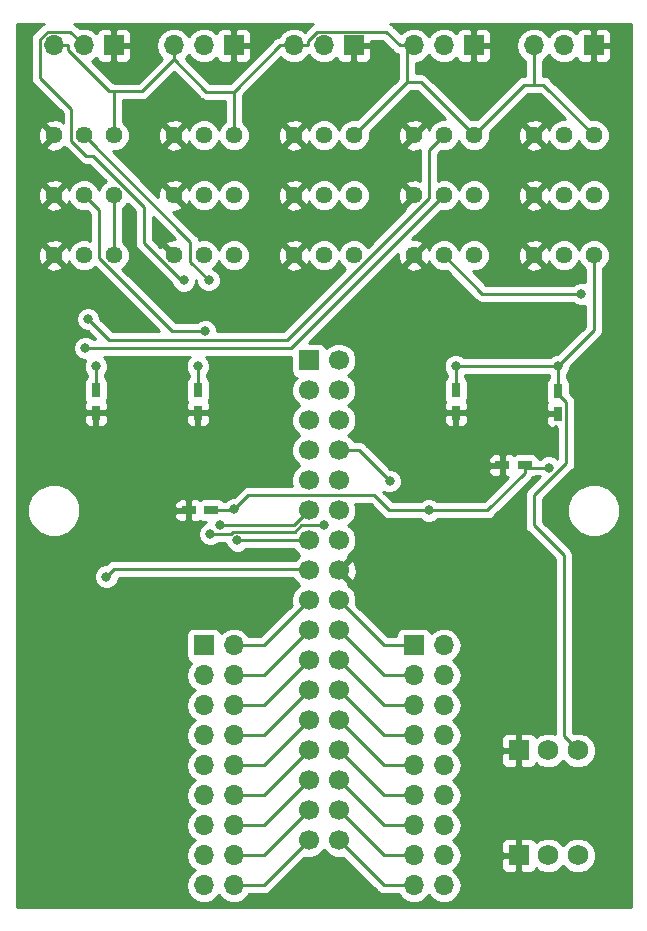
<source format=gbr>
G04 #@! TF.GenerationSoftware,KiCad,Pcbnew,(5.0.2-4-g3082e92af)*
G04 #@! TF.CreationDate,2019-02-04T02:23:37+02:00*
G04 #@! TF.ProjectId,My Piano Controller Note Module 3 (5-note_ 5V pots),4d792050-6961-46e6-9f20-436f6e74726f,rev?*
G04 #@! TF.SameCoordinates,Original*
G04 #@! TF.FileFunction,Copper,L2,Bot*
G04 #@! TF.FilePolarity,Positive*
%FSLAX46Y46*%
G04 Gerber Fmt 4.6, Leading zero omitted, Abs format (unit mm)*
G04 Created by KiCad (PCBNEW (5.0.2-4-g3082e92af)) date 2019 February 04, Monday 02:23:37*
%MOMM*%
%LPD*%
G01*
G04 APERTURE LIST*
G04 #@! TA.AperFunction,ComponentPad*
%ADD10C,1.700000*%
G04 #@! TD*
G04 #@! TA.AperFunction,ComponentPad*
%ADD11R,1.700000X1.700000*%
G04 #@! TD*
G04 #@! TA.AperFunction,ComponentPad*
%ADD12O,1.700000X1.700000*%
G04 #@! TD*
G04 #@! TA.AperFunction,ComponentPad*
%ADD13C,1.440000*%
G04 #@! TD*
G04 #@! TA.AperFunction,ComponentPad*
%ADD14C,1.750000*%
G04 #@! TD*
G04 #@! TA.AperFunction,ComponentPad*
%ADD15R,1.750000X1.750000*%
G04 #@! TD*
G04 #@! TA.AperFunction,SMDPad,CuDef*
%ADD16R,0.750000X1.200000*%
G04 #@! TD*
G04 #@! TA.AperFunction,SMDPad,CuDef*
%ADD17R,1.200000X0.750000*%
G04 #@! TD*
G04 #@! TA.AperFunction,ViaPad*
%ADD18C,0.800000*%
G04 #@! TD*
G04 #@! TA.AperFunction,Conductor*
%ADD19C,0.250000*%
G04 #@! TD*
G04 #@! TA.AperFunction,Conductor*
%ADD20C,0.254000*%
G04 #@! TD*
G04 APERTURE END LIST*
D10*
G04 #@! TO.P,COMM1,34*
G04 #@! TO.N,Net-(COMM1-Pad34)*
X128270000Y-111760000D03*
G04 #@! TO.P,COMM1,33*
G04 #@! TO.N,Net-(COMM1-Pad33)*
X125730000Y-111760000D03*
G04 #@! TO.P,COMM1,32*
G04 #@! TO.N,Net-(COMM1-Pad32)*
X128270000Y-109220000D03*
G04 #@! TO.P,COMM1,31*
G04 #@! TO.N,Net-(COMM1-Pad31)*
X125730000Y-109220000D03*
G04 #@! TO.P,COMM1,30*
G04 #@! TO.N,Net-(COMM1-Pad30)*
X128270000Y-106680000D03*
G04 #@! TO.P,COMM1,29*
G04 #@! TO.N,Net-(COMM1-Pad29)*
X125730000Y-106680000D03*
G04 #@! TO.P,COMM1,28*
G04 #@! TO.N,Net-(COMM1-Pad28)*
X128270000Y-104140000D03*
G04 #@! TO.P,COMM1,27*
G04 #@! TO.N,Net-(COMM1-Pad27)*
X125730000Y-104140000D03*
G04 #@! TO.P,COMM1,26*
G04 #@! TO.N,Net-(COMM1-Pad26)*
X128270000Y-101600000D03*
G04 #@! TO.P,COMM1,25*
G04 #@! TO.N,Net-(COMM1-Pad25)*
X125730000Y-101600000D03*
G04 #@! TO.P,COMM1,24*
G04 #@! TO.N,Net-(COMM1-Pad24)*
X128270000Y-99060000D03*
G04 #@! TO.P,COMM1,23*
G04 #@! TO.N,Net-(COMM1-Pad23)*
X125730000Y-99060000D03*
G04 #@! TO.P,COMM1,22*
G04 #@! TO.N,Net-(COMM1-Pad22)*
X128270000Y-96520000D03*
G04 #@! TO.P,COMM1,21*
G04 #@! TO.N,Net-(COMM1-Pad21)*
X125730000Y-96520000D03*
G04 #@! TO.P,COMM1,20*
G04 #@! TO.N,Net-(COMM1-Pad20)*
X128270000Y-93980000D03*
G04 #@! TO.P,COMM1,19*
G04 #@! TO.N,Net-(COMM1-Pad19)*
X125730000Y-93980000D03*
G04 #@! TO.P,COMM1,18*
G04 #@! TO.N,Net-(COMM1-Pad18)*
X128270000Y-91440000D03*
G04 #@! TO.P,COMM1,17*
G04 #@! TO.N,Net-(COMM1-Pad17)*
X125730000Y-91440000D03*
G04 #@! TO.P,COMM1,16*
G04 #@! TO.N,GND*
X128270000Y-88900000D03*
G04 #@! TO.P,COMM1,15*
G04 #@! TO.N,Net-(COMM1-Pad15)*
X125730000Y-88900000D03*
G04 #@! TO.P,COMM1,14*
G04 #@! TO.N,Net-(COMM1-Pad14)*
X128270000Y-86360000D03*
G04 #@! TO.P,COMM1,13*
G04 #@! TO.N,Net-(COMM1-Pad13)*
X125730000Y-86360000D03*
G04 #@! TO.P,COMM1,12*
G04 #@! TO.N,Net-(COMM1-Pad12)*
X128270000Y-83820000D03*
G04 #@! TO.P,COMM1,11*
G04 #@! TO.N,Net-(COMM1-Pad11)*
X125730000Y-83820000D03*
G04 #@! TO.P,COMM1,10*
G04 #@! TO.N,Net-(COMM1-Pad10)*
X128270000Y-81280000D03*
G04 #@! TO.P,COMM1,9*
G04 #@! TO.N,Net-(COMM1-Pad9)*
X125730000Y-81280000D03*
G04 #@! TO.P,COMM1,8*
G04 #@! TO.N,Net-(COMM1-Pad8)*
X128270000Y-78740000D03*
G04 #@! TO.P,COMM1,7*
G04 #@! TO.N,Net-(COMM1-Pad7)*
X125730000Y-78740000D03*
G04 #@! TO.P,COMM1,6*
G04 #@! TO.N,Net-(COMM1-Pad6)*
X128270000Y-76200000D03*
G04 #@! TO.P,COMM1,5*
G04 #@! TO.N,Net-(COMM1-Pad5)*
X125730000Y-76200000D03*
G04 #@! TO.P,COMM1,4*
G04 #@! TO.N,Net-(COMM1-Pad4)*
X128270000Y-73660000D03*
G04 #@! TO.P,COMM1,3*
G04 #@! TO.N,Net-(COMM1-Pad3)*
X125730000Y-73660000D03*
G04 #@! TO.P,COMM1,2*
G04 #@! TO.N,Net-(COMM1-Pad2)*
X128270000Y-71120000D03*
D11*
G04 #@! TO.P,COMM1,1*
G04 #@! TO.N,Net-(COMM1-Pad1)*
X125730000Y-71120000D03*
G04 #@! TD*
D12*
G04 #@! TO.P,J1,3*
G04 #@! TO.N,+5V*
X104140000Y-44450000D03*
G04 #@! TO.P,J1,2*
G04 #@! TO.N,Net-(CMP1-Pad4)*
X106680000Y-44450000D03*
D11*
G04 #@! TO.P,J1,1*
G04 #@! TO.N,GND*
X109220000Y-44450000D03*
G04 #@! TD*
G04 #@! TO.P,J2,1*
G04 #@! TO.N,GND*
X119380000Y-44450000D03*
D12*
G04 #@! TO.P,J2,2*
G04 #@! TO.N,Net-(CMP1-Pad10)*
X116840000Y-44450000D03*
G04 #@! TO.P,J2,3*
G04 #@! TO.N,+5V*
X114300000Y-44450000D03*
G04 #@! TD*
G04 #@! TO.P,J3,3*
G04 #@! TO.N,+5V*
X134620000Y-44450000D03*
G04 #@! TO.P,J3,2*
G04 #@! TO.N,Net-(CMP2-Pad10)*
X137160000Y-44450000D03*
D11*
G04 #@! TO.P,J3,1*
G04 #@! TO.N,GND*
X139700000Y-44450000D03*
G04 #@! TD*
G04 #@! TO.P,J4,1*
G04 #@! TO.N,GND*
X149860000Y-44450000D03*
D12*
G04 #@! TO.P,J4,2*
G04 #@! TO.N,Net-(CMP3-Pad10)*
X147320000Y-44450000D03*
G04 #@! TO.P,J4,3*
G04 #@! TO.N,+5V*
X144780000Y-44450000D03*
G04 #@! TD*
G04 #@! TO.P,J5,3*
G04 #@! TO.N,+5V*
X124460000Y-44450000D03*
G04 #@! TO.P,J5,2*
G04 #@! TO.N,Net-(CMP4-Pad10)*
X127000000Y-44450000D03*
D11*
G04 #@! TO.P,J5,1*
G04 #@! TO.N,GND*
X129540000Y-44450000D03*
G04 #@! TD*
D13*
G04 #@! TO.P,RV11,3*
G04 #@! TO.N,GND*
X104140000Y-52070000D03*
G04 #@! TO.P,RV11,2*
G04 #@! TO.N,Net-(CMP1-Pad7)*
X106680000Y-52070000D03*
G04 #@! TO.P,RV11,1*
G04 #@! TO.N,+5V*
X109220000Y-52070000D03*
G04 #@! TD*
G04 #@! TO.P,RV12,1*
G04 #@! TO.N,+5V*
X109220000Y-57150000D03*
G04 #@! TO.P,RV12,2*
G04 #@! TO.N,Net-(CMP1-Pad5)*
X106680000Y-57150000D03*
G04 #@! TO.P,RV12,3*
G04 #@! TO.N,GND*
X104140000Y-57150000D03*
G04 #@! TD*
G04 #@! TO.P,RV13,3*
G04 #@! TO.N,GND*
X104140000Y-62230000D03*
G04 #@! TO.P,RV13,2*
G04 #@! TO.N,Net-(CMP1-Pad9)*
X106680000Y-62230000D03*
G04 #@! TO.P,RV13,1*
G04 #@! TO.N,+5V*
X109220000Y-62230000D03*
G04 #@! TD*
G04 #@! TO.P,RV21,1*
G04 #@! TO.N,+5V*
X119380000Y-52070000D03*
G04 #@! TO.P,RV21,2*
G04 #@! TO.N,Net-(CMP1-Pad11)*
X116840000Y-52070000D03*
G04 #@! TO.P,RV21,3*
G04 #@! TO.N,GND*
X114300000Y-52070000D03*
G04 #@! TD*
G04 #@! TO.P,RV22,3*
G04 #@! TO.N,GND*
X114300000Y-57150000D03*
G04 #@! TO.P,RV22,2*
G04 #@! TO.N,Net-(CMP2-Pad7)*
X116840000Y-57150000D03*
G04 #@! TO.P,RV22,1*
G04 #@! TO.N,+5V*
X119380000Y-57150000D03*
G04 #@! TD*
G04 #@! TO.P,RV23,1*
G04 #@! TO.N,+5V*
X119380000Y-62230000D03*
G04 #@! TO.P,RV23,2*
G04 #@! TO.N,Net-(CMP2-Pad5)*
X116840000Y-62230000D03*
G04 #@! TO.P,RV23,3*
G04 #@! TO.N,GND*
X114300000Y-62230000D03*
G04 #@! TD*
G04 #@! TO.P,RV31,3*
G04 #@! TO.N,GND*
X134620000Y-52070000D03*
G04 #@! TO.P,RV31,2*
G04 #@! TO.N,Net-(CMP2-Pad9)*
X137160000Y-52070000D03*
G04 #@! TO.P,RV31,1*
G04 #@! TO.N,+5V*
X139700000Y-52070000D03*
G04 #@! TD*
G04 #@! TO.P,RV32,1*
G04 #@! TO.N,+5V*
X139700000Y-57150000D03*
G04 #@! TO.P,RV32,2*
G04 #@! TO.N,Net-(CMP2-Pad11)*
X137160000Y-57150000D03*
G04 #@! TO.P,RV32,3*
G04 #@! TO.N,GND*
X134620000Y-57150000D03*
G04 #@! TD*
G04 #@! TO.P,RV33,3*
G04 #@! TO.N,GND*
X134620000Y-62230000D03*
G04 #@! TO.P,RV33,2*
G04 #@! TO.N,Net-(CMP3-Pad7)*
X137160000Y-62230000D03*
G04 #@! TO.P,RV33,1*
G04 #@! TO.N,+5V*
X139700000Y-62230000D03*
G04 #@! TD*
G04 #@! TO.P,RV41,1*
G04 #@! TO.N,+5V*
X149860000Y-52070000D03*
G04 #@! TO.P,RV41,2*
G04 #@! TO.N,Net-(CMP3-Pad5)*
X147320000Y-52070000D03*
G04 #@! TO.P,RV41,3*
G04 #@! TO.N,GND*
X144780000Y-52070000D03*
G04 #@! TD*
G04 #@! TO.P,RV42,3*
G04 #@! TO.N,GND*
X144780000Y-57150000D03*
G04 #@! TO.P,RV42,2*
G04 #@! TO.N,Net-(CMP3-Pad9)*
X147320000Y-57150000D03*
G04 #@! TO.P,RV42,1*
G04 #@! TO.N,+5V*
X149860000Y-57150000D03*
G04 #@! TD*
G04 #@! TO.P,RV43,1*
G04 #@! TO.N,+5V*
X149860000Y-62230000D03*
G04 #@! TO.P,RV43,2*
G04 #@! TO.N,Net-(CMP3-Pad11)*
X147320000Y-62230000D03*
G04 #@! TO.P,RV43,3*
G04 #@! TO.N,GND*
X144780000Y-62230000D03*
G04 #@! TD*
G04 #@! TO.P,RV51,3*
G04 #@! TO.N,GND*
X124460000Y-52070000D03*
G04 #@! TO.P,RV51,2*
G04 #@! TO.N,Net-(CMP4-Pad7)*
X127000000Y-52070000D03*
G04 #@! TO.P,RV51,1*
G04 #@! TO.N,+5V*
X129540000Y-52070000D03*
G04 #@! TD*
G04 #@! TO.P,RV52,3*
G04 #@! TO.N,GND*
X124460000Y-57150000D03*
G04 #@! TO.P,RV52,2*
G04 #@! TO.N,Net-(CMP4-Pad5)*
X127000000Y-57150000D03*
G04 #@! TO.P,RV52,1*
G04 #@! TO.N,+5V*
X129540000Y-57150000D03*
G04 #@! TD*
G04 #@! TO.P,RV53,1*
G04 #@! TO.N,+5V*
X129540000Y-62230000D03*
G04 #@! TO.P,RV53,2*
G04 #@! TO.N,Net-(CMP4-Pad11)*
X127000000Y-62230000D03*
G04 #@! TO.P,RV53,3*
G04 #@! TO.N,GND*
X124460000Y-62230000D03*
G04 #@! TD*
D12*
G04 #@! TO.P,SEL2,18*
G04 #@! TO.N,Net-(R1-Pad2)*
X137160000Y-115570000D03*
G04 #@! TO.P,SEL2,17*
G04 #@! TO.N,Net-(COMM1-Pad34)*
X134620000Y-115570000D03*
G04 #@! TO.P,SEL2,16*
G04 #@! TO.N,Net-(R1-Pad2)*
X137160000Y-113030000D03*
G04 #@! TO.P,SEL2,15*
G04 #@! TO.N,Net-(COMM1-Pad32)*
X134620000Y-113030000D03*
G04 #@! TO.P,SEL2,14*
G04 #@! TO.N,Net-(R1-Pad2)*
X137160000Y-110490000D03*
G04 #@! TO.P,SEL2,13*
G04 #@! TO.N,Net-(COMM1-Pad30)*
X134620000Y-110490000D03*
G04 #@! TO.P,SEL2,12*
G04 #@! TO.N,Net-(R1-Pad2)*
X137160000Y-107950000D03*
G04 #@! TO.P,SEL2,11*
G04 #@! TO.N,Net-(COMM1-Pad28)*
X134620000Y-107950000D03*
G04 #@! TO.P,SEL2,10*
G04 #@! TO.N,Net-(R1-Pad2)*
X137160000Y-105410000D03*
G04 #@! TO.P,SEL2,9*
G04 #@! TO.N,Net-(COMM1-Pad26)*
X134620000Y-105410000D03*
G04 #@! TO.P,SEL2,8*
G04 #@! TO.N,Net-(R1-Pad2)*
X137160000Y-102870000D03*
G04 #@! TO.P,SEL2,7*
G04 #@! TO.N,Net-(COMM1-Pad24)*
X134620000Y-102870000D03*
G04 #@! TO.P,SEL2,6*
G04 #@! TO.N,Net-(R1-Pad2)*
X137160000Y-100330000D03*
G04 #@! TO.P,SEL2,5*
G04 #@! TO.N,Net-(COMM1-Pad22)*
X134620000Y-100330000D03*
G04 #@! TO.P,SEL2,4*
G04 #@! TO.N,Net-(R1-Pad2)*
X137160000Y-97790000D03*
G04 #@! TO.P,SEL2,3*
G04 #@! TO.N,Net-(COMM1-Pad20)*
X134620000Y-97790000D03*
G04 #@! TO.P,SEL2,2*
G04 #@! TO.N,Net-(R1-Pad2)*
X137160000Y-95250000D03*
D11*
G04 #@! TO.P,SEL2,1*
G04 #@! TO.N,Net-(COMM1-Pad18)*
X134620000Y-95250000D03*
G04 #@! TD*
D12*
G04 #@! TO.P,SEL1,18*
G04 #@! TO.N,Net-(COMM1-Pad33)*
X119380000Y-115570000D03*
G04 #@! TO.P,SEL1,17*
G04 #@! TO.N,Net-(R1-Pad2)*
X116840000Y-115570000D03*
G04 #@! TO.P,SEL1,16*
G04 #@! TO.N,Net-(COMM1-Pad31)*
X119380000Y-113030000D03*
G04 #@! TO.P,SEL1,15*
G04 #@! TO.N,Net-(R1-Pad2)*
X116840000Y-113030000D03*
G04 #@! TO.P,SEL1,14*
G04 #@! TO.N,Net-(COMM1-Pad29)*
X119380000Y-110490000D03*
G04 #@! TO.P,SEL1,13*
G04 #@! TO.N,Net-(R1-Pad2)*
X116840000Y-110490000D03*
G04 #@! TO.P,SEL1,12*
G04 #@! TO.N,Net-(COMM1-Pad27)*
X119380000Y-107950000D03*
G04 #@! TO.P,SEL1,11*
G04 #@! TO.N,Net-(R1-Pad2)*
X116840000Y-107950000D03*
G04 #@! TO.P,SEL1,10*
G04 #@! TO.N,Net-(COMM1-Pad25)*
X119380000Y-105410000D03*
G04 #@! TO.P,SEL1,9*
G04 #@! TO.N,Net-(R1-Pad2)*
X116840000Y-105410000D03*
G04 #@! TO.P,SEL1,8*
G04 #@! TO.N,Net-(COMM1-Pad23)*
X119380000Y-102870000D03*
G04 #@! TO.P,SEL1,7*
G04 #@! TO.N,Net-(R1-Pad2)*
X116840000Y-102870000D03*
G04 #@! TO.P,SEL1,6*
G04 #@! TO.N,Net-(COMM1-Pad21)*
X119380000Y-100330000D03*
G04 #@! TO.P,SEL1,5*
G04 #@! TO.N,Net-(R1-Pad2)*
X116840000Y-100330000D03*
G04 #@! TO.P,SEL1,4*
G04 #@! TO.N,Net-(COMM1-Pad19)*
X119380000Y-97790000D03*
G04 #@! TO.P,SEL1,3*
G04 #@! TO.N,Net-(R1-Pad2)*
X116840000Y-97790000D03*
G04 #@! TO.P,SEL1,2*
G04 #@! TO.N,Net-(COMM1-Pad17)*
X119380000Y-95250000D03*
D11*
G04 #@! TO.P,SEL1,1*
G04 #@! TO.N,Net-(R1-Pad2)*
X116840000Y-95250000D03*
G04 #@! TD*
D14*
G04 #@! TO.P,PWR1,3*
G04 #@! TO.N,+5V*
X148510000Y-104140000D03*
G04 #@! TO.P,PWR1,2*
G04 #@! TO.N,+3V3*
X146010000Y-104140000D03*
D15*
G04 #@! TO.P,PWR1,1*
G04 #@! TO.N,GND*
X143510000Y-104140000D03*
G04 #@! TD*
G04 #@! TO.P,PWR2,1*
G04 #@! TO.N,GND*
X143510000Y-113030000D03*
D14*
G04 #@! TO.P,PWR2,2*
G04 #@! TO.N,+3V3*
X146010000Y-113030000D03*
G04 #@! TO.P,PWR2,3*
G04 #@! TO.N,+5V*
X148510000Y-113030000D03*
G04 #@! TD*
D16*
G04 #@! TO.P,C1,1*
G04 #@! TO.N,GND*
X107696000Y-75560000D03*
G04 #@! TO.P,C1,2*
G04 #@! TO.N,+5V*
X107696000Y-73660000D03*
G04 #@! TD*
G04 #@! TO.P,C2,2*
G04 #@! TO.N,GND*
X116332000Y-75560000D03*
G04 #@! TO.P,C2,1*
G04 #@! TO.N,+5V*
X116332000Y-73660000D03*
G04 #@! TD*
G04 #@! TO.P,C3,1*
G04 #@! TO.N,GND*
X138176000Y-75560000D03*
G04 #@! TO.P,C3,2*
G04 #@! TO.N,+5V*
X138176000Y-73660000D03*
G04 #@! TD*
G04 #@! TO.P,C4,2*
G04 #@! TO.N,+5V*
X146812000Y-73726000D03*
G04 #@! TO.P,C4,1*
G04 #@! TO.N,GND*
X146812000Y-75626000D03*
G04 #@! TD*
D17*
G04 #@! TO.P,C5,1*
G04 #@! TO.N,GND*
X142118000Y-80010000D03*
G04 #@! TO.P,C5,2*
G04 #@! TO.N,+3V3*
X144018000Y-80010000D03*
G04 #@! TD*
G04 #@! TO.P,C6,2*
G04 #@! TO.N,+3V3*
X117470000Y-83820000D03*
G04 #@! TO.P,C6,1*
G04 #@! TO.N,GND*
X115570000Y-83820000D03*
G04 #@! TD*
D18*
G04 #@! TO.N,Net-(CMP1-Pad4)*
X115146000Y-64348800D03*
G04 #@! TO.N,Net-(CMP1-Pad7)*
X117238600Y-64322500D03*
G04 #@! TO.N,Net-(CMP1-Pad5)*
X116950400Y-68668500D03*
G04 #@! TO.N,+5V*
X146812000Y-71628000D03*
X138176000Y-71628000D03*
X116332000Y-71628000D03*
X107696000Y-71628000D03*
G04 #@! TO.N,Net-(CMP2-Pad9)*
X107031700Y-67611500D03*
G04 #@! TO.N,Net-(CMP2-Pad11)*
X106796500Y-70071500D03*
G04 #@! TO.N,Net-(CMP3-Pad7)*
X148789300Y-65486600D03*
G04 #@! TO.N,Net-(COMM1-Pad15)*
X108585000Y-89433800D03*
G04 #@! TO.N,Net-(COMM1-Pad13)*
X119684300Y-86363100D03*
G04 #@! TO.N,Net-(COMM1-Pad11)*
X118240800Y-85090900D03*
G04 #@! TO.N,Net-(COMM1-Pad9)*
X117378200Y-85817100D03*
X127000000Y-85090000D03*
G04 #@! TO.N,Net-(COMM1-Pad8)*
X132592700Y-81336400D03*
G04 #@! TO.N,+3V3*
X146050000Y-80188700D03*
X135890000Y-83820000D03*
X119432319Y-83695022D03*
G04 #@! TD*
D19*
G04 #@! TO.N,GND*
X116332000Y-75560000D02*
X116332000Y-76022600D01*
G04 #@! TO.N,Net-(CMP1-Pad4)*
X106680000Y-44450000D02*
X105503000Y-43273000D01*
X105503000Y-43273000D02*
X103636600Y-43273000D01*
X103636600Y-43273000D02*
X102964200Y-43945400D01*
X102964200Y-43945400D02*
X102964200Y-47181700D01*
X102964200Y-47181700D02*
X105634600Y-49852100D01*
X105634600Y-49852100D02*
X105634600Y-52554400D01*
X105634600Y-52554400D02*
X106870500Y-53790300D01*
X106870500Y-53790300D02*
X107427800Y-53790300D01*
X107427800Y-53790300D02*
X111760000Y-58122500D01*
X111760000Y-58122500D02*
X111760000Y-61179700D01*
X111760000Y-61179700D02*
X114929100Y-64348800D01*
X114929100Y-64348800D02*
X115146000Y-64348800D01*
G04 #@! TO.N,Net-(CMP1-Pad7)*
X106680000Y-52070000D02*
X115676800Y-61066800D01*
X115676800Y-61066800D02*
X115676800Y-62760700D01*
X115676800Y-62760700D02*
X117238600Y-64322500D01*
G04 #@! TO.N,Net-(CMP1-Pad5)*
X106680000Y-57150000D02*
X107950000Y-58420000D01*
X107950000Y-58420000D02*
X107950000Y-62475900D01*
X107950000Y-62475900D02*
X114142600Y-68668500D01*
X114142600Y-68668500D02*
X116950400Y-68668500D01*
G04 #@! TO.N,+5V*
X146812000Y-72677000D02*
X146812000Y-71628000D01*
X146812000Y-73726000D02*
X146812000Y-72677000D01*
X139700000Y-52070000D02*
X135207600Y-47577600D01*
X135207600Y-47577600D02*
X134032400Y-47577600D01*
X134032400Y-47577600D02*
X129540000Y-52070000D01*
X134032400Y-44450000D02*
X134032400Y-47577600D01*
X144780000Y-47784900D02*
X143985100Y-47784900D01*
X143985100Y-47784900D02*
X139700000Y-52070000D01*
X134032400Y-44450000D02*
X133444700Y-44450000D01*
X134620000Y-44450000D02*
X134032400Y-44450000D01*
X109220000Y-57150000D02*
X109220000Y-62230000D01*
X149860000Y-52070000D02*
X145574900Y-47784900D01*
X145574900Y-47784900D02*
X144780000Y-47784900D01*
X144780000Y-47784900D02*
X144780000Y-44450000D01*
X133444700Y-44450000D02*
X132269400Y-43274700D01*
X132269400Y-43274700D02*
X126443200Y-43274700D01*
X126443200Y-43274700D02*
X125635300Y-44082600D01*
X125635300Y-44082600D02*
X125635300Y-44450000D01*
X124460000Y-44450000D02*
X125635300Y-44450000D01*
X146812000Y-71628000D02*
X149860000Y-68580000D01*
X149860000Y-68580000D02*
X149860000Y-62230000D01*
X146812000Y-71628000D02*
X138176000Y-71628000D01*
X109220000Y-48351900D02*
X108849900Y-48351900D01*
X108849900Y-48351900D02*
X105315300Y-44817300D01*
X105315300Y-44817300D02*
X105315300Y-44450000D01*
X114300000Y-45625300D02*
X111573400Y-48351900D01*
X111573400Y-48351900D02*
X109220000Y-48351900D01*
X109220000Y-48351900D02*
X109220000Y-52070000D01*
X104140000Y-44450000D02*
X105315300Y-44450000D01*
X119380000Y-48354700D02*
X119380000Y-52070000D01*
X123284700Y-44450000D02*
X119380000Y-48354700D01*
X119380000Y-48354700D02*
X117029400Y-48354700D01*
X117029400Y-48354700D02*
X114300000Y-45625300D01*
X114300000Y-44450000D02*
X114300000Y-45625300D01*
X124460000Y-44450000D02*
X123284700Y-44450000D01*
X138176000Y-71628000D02*
X138176000Y-73660000D01*
X116332000Y-73660000D02*
X116332000Y-71628000D01*
X107696000Y-73660000D02*
X107696000Y-71628000D01*
X147512001Y-74651001D02*
X146812000Y-73951000D01*
X147512001Y-79817999D02*
X147512001Y-74651001D01*
X146812000Y-73951000D02*
X146812000Y-73726000D01*
X147320000Y-87630000D02*
X144780000Y-85090000D01*
X144780000Y-82550000D02*
X147512001Y-79817999D01*
X148510000Y-104140000D02*
X147320000Y-102950000D01*
X144780000Y-85090000D02*
X144780000Y-82550000D01*
X147320000Y-102950000D02*
X147320000Y-87630000D01*
G04 #@! TO.N,Net-(CMP2-Pad9)*
X137160000Y-52070000D02*
X135890000Y-53340000D01*
X135890000Y-53340000D02*
X135890000Y-57396600D01*
X135890000Y-57396600D02*
X123871800Y-69414800D01*
X123871800Y-69414800D02*
X108835000Y-69414800D01*
X108835000Y-69414800D02*
X107031700Y-67611500D01*
G04 #@! TO.N,Net-(CMP2-Pad11)*
X137160000Y-57150000D02*
X124238500Y-70071500D01*
X124238500Y-70071500D02*
X106796500Y-70071500D01*
G04 #@! TO.N,Net-(CMP3-Pad7)*
X137160000Y-62230000D02*
X140416600Y-65486600D01*
X140416600Y-65486600D02*
X148789300Y-65486600D01*
G04 #@! TO.N,Net-(COMM1-Pad34)*
X132080000Y-115570000D02*
X128270000Y-111760000D01*
X134620000Y-115570000D02*
X132080000Y-115570000D01*
G04 #@! TO.N,Net-(COMM1-Pad33)*
X119380000Y-115570000D02*
X121920000Y-115570000D01*
X121920000Y-115570000D02*
X125730000Y-111760000D01*
G04 #@! TO.N,Net-(COMM1-Pad32)*
X132080000Y-113030000D02*
X134620000Y-113030000D01*
X128270000Y-109220000D02*
X132080000Y-113030000D01*
G04 #@! TO.N,Net-(COMM1-Pad31)*
X119380000Y-113030000D02*
X121920000Y-113030000D01*
X121920000Y-113030000D02*
X125730000Y-109220000D01*
G04 #@! TO.N,Net-(COMM1-Pad30)*
X132080000Y-110490000D02*
X134620000Y-110490000D01*
X128270000Y-106680000D02*
X132080000Y-110490000D01*
G04 #@! TO.N,Net-(COMM1-Pad29)*
X119380000Y-110490000D02*
X121920000Y-110490000D01*
X121920000Y-110490000D02*
X125730000Y-106680000D01*
G04 #@! TO.N,Net-(COMM1-Pad28)*
X132080000Y-107950000D02*
X134620000Y-107950000D01*
X128270000Y-104140000D02*
X132080000Y-107950000D01*
G04 #@! TO.N,Net-(COMM1-Pad27)*
X119380000Y-107950000D02*
X121920000Y-107950000D01*
X121920000Y-107950000D02*
X125730000Y-104140000D01*
G04 #@! TO.N,Net-(COMM1-Pad26)*
X132080000Y-105410000D02*
X134620000Y-105410000D01*
X128270000Y-101600000D02*
X132080000Y-105410000D01*
G04 #@! TO.N,Net-(COMM1-Pad25)*
X119380000Y-105410000D02*
X121920000Y-105410000D01*
X121920000Y-105410000D02*
X125730000Y-101600000D01*
G04 #@! TO.N,Net-(COMM1-Pad24)*
X134620000Y-102870000D02*
X132080000Y-102870000D01*
X132080000Y-102870000D02*
X128270000Y-99060000D01*
G04 #@! TO.N,Net-(COMM1-Pad23)*
X119380000Y-102870000D02*
X121920000Y-102870000D01*
X121920000Y-102870000D02*
X125730000Y-99060000D01*
G04 #@! TO.N,Net-(COMM1-Pad22)*
X132080000Y-100330000D02*
X134620000Y-100330000D01*
X128270000Y-96520000D02*
X132080000Y-100330000D01*
G04 #@! TO.N,Net-(COMM1-Pad21)*
X119380000Y-100330000D02*
X121920000Y-100330000D01*
X121920000Y-100330000D02*
X125730000Y-96520000D01*
G04 #@! TO.N,Net-(COMM1-Pad20)*
X132080000Y-97790000D02*
X134620000Y-97790000D01*
X128270000Y-93980000D02*
X132080000Y-97790000D01*
G04 #@! TO.N,Net-(COMM1-Pad19)*
X119380000Y-97790000D02*
X121920000Y-97790000D01*
X121920000Y-97790000D02*
X125730000Y-93980000D01*
G04 #@! TO.N,Net-(COMM1-Pad18)*
X132080000Y-95250000D02*
X134620000Y-95250000D01*
X128270000Y-91440000D02*
X132080000Y-95250000D01*
G04 #@! TO.N,Net-(COMM1-Pad17)*
X120555300Y-95250000D02*
X121920000Y-95250000D01*
X121920000Y-95250000D02*
X125730000Y-91440000D01*
X119380000Y-95250000D02*
X120555300Y-95250000D01*
G04 #@! TO.N,Net-(COMM1-Pad15)*
X125730000Y-88900000D02*
X125579800Y-88749800D01*
X125579800Y-88749800D02*
X109269000Y-88749800D01*
X109269000Y-88749800D02*
X108585000Y-89433800D01*
G04 #@! TO.N,Net-(COMM1-Pad13)*
X119684300Y-86363100D02*
X125726900Y-86363100D01*
X125726900Y-86363100D02*
X125730000Y-86360000D01*
G04 #@! TO.N,Net-(COMM1-Pad11)*
X125730000Y-83820000D02*
X124459100Y-85090900D01*
X124459100Y-85090900D02*
X118240800Y-85090900D01*
G04 #@! TO.N,Net-(COMM1-Pad9)*
X124548311Y-85638099D02*
X125096410Y-85090000D01*
X119336299Y-85638099D02*
X124548311Y-85638099D01*
X119157298Y-85817100D02*
X119336299Y-85638099D01*
X117378200Y-85817100D02*
X119157298Y-85817100D01*
X125096410Y-85090000D02*
X127000000Y-85090000D01*
G04 #@! TO.N,Net-(COMM1-Pad8)*
X132592700Y-81336400D02*
X129996300Y-78740000D01*
X129996300Y-78740000D02*
X128270000Y-78740000D01*
G04 #@! TO.N,+3V3*
X144196700Y-80188700D02*
X144018000Y-80010000D01*
X146050000Y-80188700D02*
X144196700Y-80188700D01*
X144018000Y-80635000D02*
X144018000Y-80010000D01*
X140833000Y-83820000D02*
X144018000Y-80635000D01*
X135890000Y-83820000D02*
X140833000Y-83820000D01*
X135890000Y-83820000D02*
X132549002Y-83820000D01*
X119307341Y-83820000D02*
X119432319Y-83695022D01*
X117470000Y-83820000D02*
X119307341Y-83820000D01*
X131279002Y-82550000D02*
X132549002Y-83820000D01*
X120577341Y-82550000D02*
X131279002Y-82550000D01*
X119432319Y-83695022D02*
X120577341Y-82550000D01*
G04 #@! TD*
D20*
G04 #@! TO.N,GND*
G36*
X103088671Y-42725071D02*
X103046271Y-42788527D01*
X102479730Y-43355069D01*
X102416271Y-43397471D01*
X102248296Y-43648864D01*
X102204200Y-43870549D01*
X102204200Y-43870553D01*
X102189312Y-43945400D01*
X102204200Y-44020247D01*
X102204201Y-47106848D01*
X102189312Y-47181700D01*
X102248297Y-47478237D01*
X102316167Y-47579811D01*
X102416272Y-47729629D01*
X102479728Y-47772029D01*
X104874600Y-50166902D01*
X104874600Y-50988663D01*
X104845869Y-50882389D01*
X104337658Y-50702667D01*
X103799356Y-50731108D01*
X103434131Y-50882389D01*
X103369831Y-51120226D01*
X104140000Y-51890395D01*
X104154143Y-51876253D01*
X104333748Y-52055858D01*
X104319605Y-52070000D01*
X104333748Y-52084143D01*
X104154143Y-52263748D01*
X104140000Y-52249605D01*
X103369831Y-53019774D01*
X103434131Y-53257611D01*
X103942342Y-53437333D01*
X104480644Y-53408892D01*
X104845869Y-53257611D01*
X104910168Y-53019776D01*
X105025337Y-53134945D01*
X105075169Y-53085113D01*
X105086672Y-53102329D01*
X105150128Y-53144729D01*
X106280170Y-54274772D01*
X106322571Y-54338229D01*
X106573963Y-54506204D01*
X106795648Y-54550300D01*
X106795652Y-54550300D01*
X106870500Y-54565188D01*
X106945348Y-54550300D01*
X107112999Y-54550300D01*
X108531318Y-55968620D01*
X108452454Y-56001286D01*
X108071286Y-56382454D01*
X107950000Y-56675265D01*
X107828714Y-56382454D01*
X107447546Y-56001286D01*
X106949526Y-55795000D01*
X106410474Y-55795000D01*
X105912454Y-56001286D01*
X105531286Y-56382454D01*
X105416675Y-56659151D01*
X105327611Y-56444131D01*
X105089774Y-56379831D01*
X104319605Y-57150000D01*
X105089774Y-57920169D01*
X105327611Y-57855869D01*
X105409649Y-57623886D01*
X105531286Y-57917546D01*
X105912454Y-58298714D01*
X106410474Y-58505000D01*
X106949526Y-58505000D01*
X106957073Y-58501874D01*
X107190000Y-58734802D01*
X107190001Y-60974608D01*
X106949526Y-60875000D01*
X106410474Y-60875000D01*
X105912454Y-61081286D01*
X105531286Y-61462454D01*
X105416675Y-61739151D01*
X105327611Y-61524131D01*
X105089774Y-61459831D01*
X104319605Y-62230000D01*
X105089774Y-63000169D01*
X105327611Y-62935869D01*
X105409649Y-62703886D01*
X105531286Y-62997546D01*
X105912454Y-63378714D01*
X106410474Y-63585000D01*
X106949526Y-63585000D01*
X107447546Y-63378714D01*
X107612779Y-63213481D01*
X113054098Y-68654800D01*
X109149803Y-68654800D01*
X108066700Y-67571698D01*
X108066700Y-67405626D01*
X107909131Y-67025220D01*
X107617980Y-66734069D01*
X107237574Y-66576500D01*
X106825826Y-66576500D01*
X106445420Y-66734069D01*
X106154269Y-67025220D01*
X105996700Y-67405626D01*
X105996700Y-67817374D01*
X106154269Y-68197780D01*
X106445420Y-68488931D01*
X106825826Y-68646500D01*
X106991898Y-68646500D01*
X107656898Y-69311500D01*
X107500211Y-69311500D01*
X107382780Y-69194069D01*
X107002374Y-69036500D01*
X106590626Y-69036500D01*
X106210220Y-69194069D01*
X105919069Y-69485220D01*
X105761500Y-69865626D01*
X105761500Y-70277374D01*
X105919069Y-70657780D01*
X106210220Y-70948931D01*
X106590626Y-71106500D01*
X106791736Y-71106500D01*
X106661000Y-71422126D01*
X106661000Y-71833874D01*
X106818569Y-72214280D01*
X106936001Y-72331712D01*
X106936001Y-72553541D01*
X106863191Y-72602191D01*
X106722843Y-72812235D01*
X106673560Y-73060000D01*
X106673560Y-74260000D01*
X106722843Y-74507765D01*
X106783873Y-74599102D01*
X106782673Y-74600302D01*
X106686000Y-74833691D01*
X106686000Y-75274250D01*
X106844750Y-75433000D01*
X107569000Y-75433000D01*
X107569000Y-75413000D01*
X107823000Y-75413000D01*
X107823000Y-75433000D01*
X108547250Y-75433000D01*
X108706000Y-75274250D01*
X108706000Y-74833691D01*
X108609327Y-74600302D01*
X108608127Y-74599102D01*
X108669157Y-74507765D01*
X108718440Y-74260000D01*
X108718440Y-73060000D01*
X108669157Y-72812235D01*
X108528809Y-72602191D01*
X108456000Y-72553541D01*
X108456000Y-72331711D01*
X108573431Y-72214280D01*
X108731000Y-71833874D01*
X108731000Y-71422126D01*
X108573431Y-71041720D01*
X108363211Y-70831500D01*
X115664789Y-70831500D01*
X115454569Y-71041720D01*
X115297000Y-71422126D01*
X115297000Y-71833874D01*
X115454569Y-72214280D01*
X115572001Y-72331712D01*
X115572001Y-72553541D01*
X115499191Y-72602191D01*
X115358843Y-72812235D01*
X115309560Y-73060000D01*
X115309560Y-74260000D01*
X115358843Y-74507765D01*
X115419873Y-74599102D01*
X115418673Y-74600302D01*
X115322000Y-74833691D01*
X115322000Y-75274250D01*
X115480750Y-75433000D01*
X116205000Y-75433000D01*
X116205000Y-75413000D01*
X116459000Y-75413000D01*
X116459000Y-75433000D01*
X117183250Y-75433000D01*
X117342000Y-75274250D01*
X117342000Y-74833691D01*
X117245327Y-74600302D01*
X117244127Y-74599102D01*
X117305157Y-74507765D01*
X117354440Y-74260000D01*
X117354440Y-73060000D01*
X117305157Y-72812235D01*
X117164809Y-72602191D01*
X117092000Y-72553541D01*
X117092000Y-72331711D01*
X117209431Y-72214280D01*
X117367000Y-71833874D01*
X117367000Y-71422126D01*
X117209431Y-71041720D01*
X116999211Y-70831500D01*
X124163653Y-70831500D01*
X124232560Y-70845206D01*
X124232560Y-71970000D01*
X124281843Y-72217765D01*
X124422191Y-72427809D01*
X124632235Y-72568157D01*
X124706887Y-72583006D01*
X124471078Y-72818815D01*
X124245000Y-73364615D01*
X124245000Y-73955385D01*
X124471078Y-74501185D01*
X124888815Y-74918922D01*
X124915560Y-74930000D01*
X124888815Y-74941078D01*
X124471078Y-75358815D01*
X124245000Y-75904615D01*
X124245000Y-76495385D01*
X124471078Y-77041185D01*
X124888815Y-77458922D01*
X124915560Y-77470000D01*
X124888815Y-77481078D01*
X124471078Y-77898815D01*
X124245000Y-78444615D01*
X124245000Y-79035385D01*
X124471078Y-79581185D01*
X124888815Y-79998922D01*
X124915560Y-80010000D01*
X124888815Y-80021078D01*
X124471078Y-80438815D01*
X124245000Y-80984615D01*
X124245000Y-81575385D01*
X124333897Y-81790000D01*
X120652189Y-81790000D01*
X120577341Y-81775112D01*
X120502493Y-81790000D01*
X120502489Y-81790000D01*
X120280804Y-81834096D01*
X120029412Y-82002071D01*
X119987012Y-82065527D01*
X119392518Y-82660022D01*
X119226445Y-82660022D01*
X118846039Y-82817591D01*
X118603630Y-83060000D01*
X118576459Y-83060000D01*
X118527809Y-82987191D01*
X118317765Y-82846843D01*
X118070000Y-82797560D01*
X116870000Y-82797560D01*
X116622235Y-82846843D01*
X116530898Y-82907873D01*
X116529698Y-82906673D01*
X116296309Y-82810000D01*
X115855750Y-82810000D01*
X115697000Y-82968750D01*
X115697000Y-83693000D01*
X115717000Y-83693000D01*
X115717000Y-83947000D01*
X115697000Y-83947000D01*
X115697000Y-84671250D01*
X115855750Y-84830000D01*
X116296309Y-84830000D01*
X116529698Y-84733327D01*
X116530898Y-84732127D01*
X116622235Y-84793157D01*
X116870000Y-84842440D01*
X117026652Y-84842440D01*
X116791920Y-84939669D01*
X116500769Y-85230820D01*
X116343200Y-85611226D01*
X116343200Y-86022974D01*
X116500769Y-86403380D01*
X116791920Y-86694531D01*
X117172326Y-86852100D01*
X117584074Y-86852100D01*
X117964480Y-86694531D01*
X118081911Y-86577100D01*
X118652666Y-86577100D01*
X118806869Y-86949380D01*
X119098020Y-87240531D01*
X119478426Y-87398100D01*
X119890174Y-87398100D01*
X120270580Y-87240531D01*
X120388011Y-87123100D01*
X124438734Y-87123100D01*
X124471078Y-87201185D01*
X124888815Y-87618922D01*
X124915560Y-87630000D01*
X124888815Y-87641078D01*
X124540093Y-87989800D01*
X109343846Y-87989800D01*
X109268999Y-87974912D01*
X109194152Y-87989800D01*
X109194148Y-87989800D01*
X108972463Y-88033896D01*
X108721071Y-88201871D01*
X108678671Y-88265327D01*
X108545198Y-88398800D01*
X108379126Y-88398800D01*
X107998720Y-88556369D01*
X107707569Y-88847520D01*
X107550000Y-89227926D01*
X107550000Y-89639674D01*
X107707569Y-90020080D01*
X107998720Y-90311231D01*
X108379126Y-90468800D01*
X108790874Y-90468800D01*
X109171280Y-90311231D01*
X109462431Y-90020080D01*
X109620000Y-89639674D01*
X109620000Y-89509800D01*
X124375235Y-89509800D01*
X124471078Y-89741185D01*
X124888815Y-90158922D01*
X124915560Y-90170000D01*
X124888815Y-90181078D01*
X124471078Y-90598815D01*
X124245000Y-91144615D01*
X124245000Y-91735385D01*
X124278628Y-91816570D01*
X121605199Y-94490000D01*
X120658178Y-94490000D01*
X120450625Y-94179375D01*
X119959418Y-93851161D01*
X119526256Y-93765000D01*
X119233744Y-93765000D01*
X118800582Y-93851161D01*
X118309375Y-94179375D01*
X118297184Y-94197619D01*
X118288157Y-94152235D01*
X118147809Y-93942191D01*
X117937765Y-93801843D01*
X117690000Y-93752560D01*
X115990000Y-93752560D01*
X115742235Y-93801843D01*
X115532191Y-93942191D01*
X115391843Y-94152235D01*
X115342560Y-94400000D01*
X115342560Y-96100000D01*
X115391843Y-96347765D01*
X115532191Y-96557809D01*
X115742235Y-96698157D01*
X115787619Y-96707184D01*
X115769375Y-96719375D01*
X115441161Y-97210582D01*
X115325908Y-97790000D01*
X115441161Y-98369418D01*
X115769375Y-98860625D01*
X116067761Y-99060000D01*
X115769375Y-99259375D01*
X115441161Y-99750582D01*
X115325908Y-100330000D01*
X115441161Y-100909418D01*
X115769375Y-101400625D01*
X116067761Y-101600000D01*
X115769375Y-101799375D01*
X115441161Y-102290582D01*
X115325908Y-102870000D01*
X115441161Y-103449418D01*
X115769375Y-103940625D01*
X116067761Y-104140000D01*
X115769375Y-104339375D01*
X115441161Y-104830582D01*
X115325908Y-105410000D01*
X115441161Y-105989418D01*
X115769375Y-106480625D01*
X116067761Y-106680000D01*
X115769375Y-106879375D01*
X115441161Y-107370582D01*
X115325908Y-107950000D01*
X115441161Y-108529418D01*
X115769375Y-109020625D01*
X116067761Y-109220000D01*
X115769375Y-109419375D01*
X115441161Y-109910582D01*
X115325908Y-110490000D01*
X115441161Y-111069418D01*
X115769375Y-111560625D01*
X116067761Y-111760000D01*
X115769375Y-111959375D01*
X115441161Y-112450582D01*
X115325908Y-113030000D01*
X115441161Y-113609418D01*
X115769375Y-114100625D01*
X116067761Y-114300000D01*
X115769375Y-114499375D01*
X115441161Y-114990582D01*
X115325908Y-115570000D01*
X115441161Y-116149418D01*
X115769375Y-116640625D01*
X116260582Y-116968839D01*
X116693744Y-117055000D01*
X116986256Y-117055000D01*
X117419418Y-116968839D01*
X117910625Y-116640625D01*
X118110000Y-116342239D01*
X118309375Y-116640625D01*
X118800582Y-116968839D01*
X119233744Y-117055000D01*
X119526256Y-117055000D01*
X119959418Y-116968839D01*
X120450625Y-116640625D01*
X120658178Y-116330000D01*
X121845153Y-116330000D01*
X121920000Y-116344888D01*
X121994847Y-116330000D01*
X121994852Y-116330000D01*
X122216537Y-116285904D01*
X122467929Y-116117929D01*
X122510331Y-116054470D01*
X125353430Y-113211372D01*
X125434615Y-113245000D01*
X126025385Y-113245000D01*
X126571185Y-113018922D01*
X126988922Y-112601185D01*
X127000000Y-112574440D01*
X127011078Y-112601185D01*
X127428815Y-113018922D01*
X127974615Y-113245000D01*
X128565385Y-113245000D01*
X128646571Y-113211372D01*
X131489671Y-116054473D01*
X131532071Y-116117929D01*
X131595527Y-116160329D01*
X131783462Y-116285904D01*
X131831605Y-116295480D01*
X132005148Y-116330000D01*
X132005152Y-116330000D01*
X132080000Y-116344888D01*
X132154848Y-116330000D01*
X133341822Y-116330000D01*
X133549375Y-116640625D01*
X134040582Y-116968839D01*
X134473744Y-117055000D01*
X134766256Y-117055000D01*
X135199418Y-116968839D01*
X135690625Y-116640625D01*
X135890000Y-116342239D01*
X136089375Y-116640625D01*
X136580582Y-116968839D01*
X137013744Y-117055000D01*
X137306256Y-117055000D01*
X137739418Y-116968839D01*
X138230625Y-116640625D01*
X138558839Y-116149418D01*
X138674092Y-115570000D01*
X138558839Y-114990582D01*
X138230625Y-114499375D01*
X137932239Y-114300000D01*
X138230625Y-114100625D01*
X138558839Y-113609418D01*
X138617252Y-113315750D01*
X142000000Y-113315750D01*
X142000000Y-114031310D01*
X142096673Y-114264699D01*
X142275302Y-114443327D01*
X142508691Y-114540000D01*
X143224250Y-114540000D01*
X143383000Y-114381250D01*
X143383000Y-113157000D01*
X142158750Y-113157000D01*
X142000000Y-113315750D01*
X138617252Y-113315750D01*
X138674092Y-113030000D01*
X138558839Y-112450582D01*
X138276940Y-112028690D01*
X142000000Y-112028690D01*
X142000000Y-112744250D01*
X142158750Y-112903000D01*
X143383000Y-112903000D01*
X143383000Y-111678750D01*
X143637000Y-111678750D01*
X143637000Y-112903000D01*
X143657000Y-112903000D01*
X143657000Y-113157000D01*
X143637000Y-113157000D01*
X143637000Y-114381250D01*
X143795750Y-114540000D01*
X144511309Y-114540000D01*
X144744698Y-114443327D01*
X144923327Y-114264699D01*
X144977779Y-114133241D01*
X145154654Y-114310116D01*
X145709642Y-114540000D01*
X146310358Y-114540000D01*
X146865346Y-114310116D01*
X147260000Y-113915462D01*
X147654654Y-114310116D01*
X148209642Y-114540000D01*
X148810358Y-114540000D01*
X149365346Y-114310116D01*
X149790116Y-113885346D01*
X150020000Y-113330358D01*
X150020000Y-112729642D01*
X149790116Y-112174654D01*
X149365346Y-111749884D01*
X148810358Y-111520000D01*
X148209642Y-111520000D01*
X147654654Y-111749884D01*
X147260000Y-112144538D01*
X146865346Y-111749884D01*
X146310358Y-111520000D01*
X145709642Y-111520000D01*
X145154654Y-111749884D01*
X144977779Y-111926759D01*
X144923327Y-111795301D01*
X144744698Y-111616673D01*
X144511309Y-111520000D01*
X143795750Y-111520000D01*
X143637000Y-111678750D01*
X143383000Y-111678750D01*
X143224250Y-111520000D01*
X142508691Y-111520000D01*
X142275302Y-111616673D01*
X142096673Y-111795301D01*
X142000000Y-112028690D01*
X138276940Y-112028690D01*
X138230625Y-111959375D01*
X137932239Y-111760000D01*
X138230625Y-111560625D01*
X138558839Y-111069418D01*
X138674092Y-110490000D01*
X138558839Y-109910582D01*
X138230625Y-109419375D01*
X137932239Y-109220000D01*
X138230625Y-109020625D01*
X138558839Y-108529418D01*
X138674092Y-107950000D01*
X138558839Y-107370582D01*
X138230625Y-106879375D01*
X137932239Y-106680000D01*
X138230625Y-106480625D01*
X138558839Y-105989418D01*
X138674092Y-105410000D01*
X138558839Y-104830582D01*
X138288339Y-104425750D01*
X142000000Y-104425750D01*
X142000000Y-105141310D01*
X142096673Y-105374699D01*
X142275302Y-105553327D01*
X142508691Y-105650000D01*
X143224250Y-105650000D01*
X143383000Y-105491250D01*
X143383000Y-104267000D01*
X142158750Y-104267000D01*
X142000000Y-104425750D01*
X138288339Y-104425750D01*
X138230625Y-104339375D01*
X137932239Y-104140000D01*
X138230625Y-103940625D01*
X138558839Y-103449418D01*
X138620646Y-103138690D01*
X142000000Y-103138690D01*
X142000000Y-103854250D01*
X142158750Y-104013000D01*
X143383000Y-104013000D01*
X143383000Y-102788750D01*
X143224250Y-102630000D01*
X142508691Y-102630000D01*
X142275302Y-102726673D01*
X142096673Y-102905301D01*
X142000000Y-103138690D01*
X138620646Y-103138690D01*
X138674092Y-102870000D01*
X138558839Y-102290582D01*
X138230625Y-101799375D01*
X137932239Y-101600000D01*
X138230625Y-101400625D01*
X138558839Y-100909418D01*
X138674092Y-100330000D01*
X138558839Y-99750582D01*
X138230625Y-99259375D01*
X137932239Y-99060000D01*
X138230625Y-98860625D01*
X138558839Y-98369418D01*
X138674092Y-97790000D01*
X138558839Y-97210582D01*
X138230625Y-96719375D01*
X137932239Y-96520000D01*
X138230625Y-96320625D01*
X138558839Y-95829418D01*
X138674092Y-95250000D01*
X138558839Y-94670582D01*
X138230625Y-94179375D01*
X137739418Y-93851161D01*
X137306256Y-93765000D01*
X137013744Y-93765000D01*
X136580582Y-93851161D01*
X136089375Y-94179375D01*
X136077184Y-94197619D01*
X136068157Y-94152235D01*
X135927809Y-93942191D01*
X135717765Y-93801843D01*
X135470000Y-93752560D01*
X133770000Y-93752560D01*
X133522235Y-93801843D01*
X133312191Y-93942191D01*
X133171843Y-94152235D01*
X133122560Y-94400000D01*
X133122560Y-94490000D01*
X132394802Y-94490000D01*
X129721372Y-91816571D01*
X129755000Y-91735385D01*
X129755000Y-91144615D01*
X129528922Y-90598815D01*
X129111185Y-90181078D01*
X129064753Y-90161845D01*
X129134353Y-89943958D01*
X128397000Y-89206605D01*
X128397000Y-88900000D01*
X128449605Y-88900000D01*
X129313958Y-89764353D01*
X129565259Y-89684080D01*
X129766718Y-89128721D01*
X129740315Y-88538542D01*
X129565259Y-88115920D01*
X129313958Y-88035647D01*
X128449605Y-88900000D01*
X128397000Y-88900000D01*
X128397000Y-88593395D01*
X129134353Y-87856042D01*
X129064753Y-87638155D01*
X129111185Y-87618922D01*
X129528922Y-87201185D01*
X129755000Y-86655385D01*
X129755000Y-86064615D01*
X129528922Y-85518815D01*
X129111185Y-85101078D01*
X129084440Y-85090000D01*
X129111185Y-85078922D01*
X129528922Y-84661185D01*
X129755000Y-84115385D01*
X129755000Y-83524615D01*
X129666103Y-83310000D01*
X130964201Y-83310000D01*
X131958673Y-84304473D01*
X132001073Y-84367929D01*
X132252465Y-84535904D01*
X132474150Y-84580000D01*
X132474154Y-84580000D01*
X132549001Y-84594888D01*
X132623848Y-84580000D01*
X135186289Y-84580000D01*
X135303720Y-84697431D01*
X135684126Y-84855000D01*
X136095874Y-84855000D01*
X136476280Y-84697431D01*
X136593711Y-84580000D01*
X140758153Y-84580000D01*
X140833000Y-84594888D01*
X140907847Y-84580000D01*
X140907852Y-84580000D01*
X141129537Y-84535904D01*
X141380929Y-84367929D01*
X141423331Y-84304470D01*
X144502473Y-81225329D01*
X144565929Y-81182929D01*
X144673914Y-81021318D01*
X144865765Y-80983157D01*
X144917333Y-80948700D01*
X145306499Y-80948700D01*
X144295528Y-81959671D01*
X144232072Y-82002071D01*
X144189672Y-82065527D01*
X144189671Y-82065528D01*
X144064097Y-82253463D01*
X144005112Y-82550000D01*
X144020001Y-82624852D01*
X144020000Y-85015153D01*
X144005112Y-85090000D01*
X144020000Y-85164847D01*
X144020000Y-85164851D01*
X144064096Y-85386536D01*
X144232071Y-85637929D01*
X144295530Y-85680331D01*
X146560001Y-87944804D01*
X146560000Y-102733405D01*
X146310358Y-102630000D01*
X145709642Y-102630000D01*
X145154654Y-102859884D01*
X144977779Y-103036759D01*
X144923327Y-102905301D01*
X144744698Y-102726673D01*
X144511309Y-102630000D01*
X143795750Y-102630000D01*
X143637000Y-102788750D01*
X143637000Y-104013000D01*
X143657000Y-104013000D01*
X143657000Y-104267000D01*
X143637000Y-104267000D01*
X143637000Y-105491250D01*
X143795750Y-105650000D01*
X144511309Y-105650000D01*
X144744698Y-105553327D01*
X144923327Y-105374699D01*
X144977779Y-105243241D01*
X145154654Y-105420116D01*
X145709642Y-105650000D01*
X146310358Y-105650000D01*
X146865346Y-105420116D01*
X147260000Y-105025462D01*
X147654654Y-105420116D01*
X148209642Y-105650000D01*
X148810358Y-105650000D01*
X149365346Y-105420116D01*
X149790116Y-104995346D01*
X150020000Y-104440358D01*
X150020000Y-103839642D01*
X149790116Y-103284654D01*
X149365346Y-102859884D01*
X148810358Y-102630000D01*
X148209642Y-102630000D01*
X148114295Y-102669494D01*
X148080000Y-102635199D01*
X148080000Y-87704846D01*
X148094888Y-87629999D01*
X148080000Y-87555152D01*
X148080000Y-87555148D01*
X148035904Y-87333463D01*
X147947519Y-87201185D01*
X147910329Y-87145526D01*
X147910327Y-87145524D01*
X147867929Y-87082071D01*
X147804476Y-87039673D01*
X145540000Y-84775199D01*
X145540000Y-83375431D01*
X147625000Y-83375431D01*
X147625000Y-84264569D01*
X147965259Y-85086026D01*
X148593974Y-85714741D01*
X149415431Y-86055000D01*
X150304569Y-86055000D01*
X151126026Y-85714741D01*
X151754741Y-85086026D01*
X152095000Y-84264569D01*
X152095000Y-83375431D01*
X151754741Y-82553974D01*
X151126026Y-81925259D01*
X150304569Y-81585000D01*
X149415431Y-81585000D01*
X148593974Y-81925259D01*
X147965259Y-82553974D01*
X147625000Y-83375431D01*
X145540000Y-83375431D01*
X145540000Y-82864801D01*
X147996474Y-80408328D01*
X148059930Y-80365928D01*
X148227905Y-80114536D01*
X148272001Y-79892851D01*
X148272001Y-79892846D01*
X148286889Y-79817999D01*
X148272001Y-79743152D01*
X148272001Y-74725848D01*
X148286889Y-74651001D01*
X148272001Y-74576154D01*
X148272001Y-74576149D01*
X148227905Y-74354464D01*
X148059930Y-74103072D01*
X147996474Y-74060672D01*
X147834440Y-73898638D01*
X147834440Y-73126000D01*
X147785157Y-72878235D01*
X147644809Y-72668191D01*
X147572000Y-72619541D01*
X147572000Y-72331711D01*
X147689431Y-72214280D01*
X147847000Y-71833874D01*
X147847000Y-71667801D01*
X150344473Y-69170329D01*
X150407929Y-69127929D01*
X150575904Y-68876537D01*
X150620000Y-68654852D01*
X150620000Y-68654847D01*
X150634888Y-68580000D01*
X150620000Y-68505153D01*
X150620000Y-63381840D01*
X150627546Y-63378714D01*
X151008714Y-62997546D01*
X151215000Y-62499526D01*
X151215000Y-61960474D01*
X151008714Y-61462454D01*
X150627546Y-61081286D01*
X150129526Y-60875000D01*
X149590474Y-60875000D01*
X149092454Y-61081286D01*
X148711286Y-61462454D01*
X148590000Y-61755265D01*
X148468714Y-61462454D01*
X148087546Y-61081286D01*
X147589526Y-60875000D01*
X147050474Y-60875000D01*
X146552454Y-61081286D01*
X146171286Y-61462454D01*
X146056675Y-61739151D01*
X145967611Y-61524131D01*
X145729774Y-61459831D01*
X144959605Y-62230000D01*
X145729774Y-63000169D01*
X145967611Y-62935869D01*
X146049649Y-62703886D01*
X146171286Y-62997546D01*
X146552454Y-63378714D01*
X147050474Y-63585000D01*
X147589526Y-63585000D01*
X148087546Y-63378714D01*
X148468714Y-62997546D01*
X148590000Y-62704735D01*
X148711286Y-62997546D01*
X149092454Y-63378714D01*
X149100001Y-63381840D01*
X149100001Y-64495021D01*
X148995174Y-64451600D01*
X148583426Y-64451600D01*
X148203020Y-64609169D01*
X148085589Y-64726600D01*
X140731402Y-64726600D01*
X139589802Y-63585000D01*
X139969526Y-63585000D01*
X140467546Y-63378714D01*
X140666486Y-63179774D01*
X144009831Y-63179774D01*
X144074131Y-63417611D01*
X144582342Y-63597333D01*
X145120644Y-63568892D01*
X145485869Y-63417611D01*
X145550169Y-63179774D01*
X144780000Y-62409605D01*
X144009831Y-63179774D01*
X140666486Y-63179774D01*
X140848714Y-62997546D01*
X141055000Y-62499526D01*
X141055000Y-62032342D01*
X143412667Y-62032342D01*
X143441108Y-62570644D01*
X143592389Y-62935869D01*
X143830226Y-63000169D01*
X144600395Y-62230000D01*
X143830226Y-61459831D01*
X143592389Y-61524131D01*
X143412667Y-62032342D01*
X141055000Y-62032342D01*
X141055000Y-61960474D01*
X140848714Y-61462454D01*
X140666486Y-61280226D01*
X144009831Y-61280226D01*
X144780000Y-62050395D01*
X145550169Y-61280226D01*
X145485869Y-61042389D01*
X144977658Y-60862667D01*
X144439356Y-60891108D01*
X144074131Y-61042389D01*
X144009831Y-61280226D01*
X140666486Y-61280226D01*
X140467546Y-61081286D01*
X139969526Y-60875000D01*
X139430474Y-60875000D01*
X138932454Y-61081286D01*
X138551286Y-61462454D01*
X138430000Y-61755265D01*
X138308714Y-61462454D01*
X137927546Y-61081286D01*
X137429526Y-60875000D01*
X136890474Y-60875000D01*
X136392454Y-61081286D01*
X136011286Y-61462454D01*
X135896675Y-61739151D01*
X135807611Y-61524131D01*
X135569774Y-61459831D01*
X134799605Y-62230000D01*
X135569774Y-63000169D01*
X135807611Y-62935869D01*
X135889649Y-62703886D01*
X136011286Y-62997546D01*
X136392454Y-63378714D01*
X136890474Y-63585000D01*
X137429526Y-63585000D01*
X137437073Y-63581874D01*
X139826271Y-65971073D01*
X139868671Y-66034529D01*
X140120063Y-66202504D01*
X140341748Y-66246600D01*
X140341753Y-66246600D01*
X140416600Y-66261488D01*
X140491447Y-66246600D01*
X148085589Y-66246600D01*
X148203020Y-66364031D01*
X148583426Y-66521600D01*
X148995174Y-66521600D01*
X149100000Y-66478180D01*
X149100000Y-68265198D01*
X146772199Y-70593000D01*
X146606126Y-70593000D01*
X146225720Y-70750569D01*
X146108289Y-70868000D01*
X138879711Y-70868000D01*
X138762280Y-70750569D01*
X138381874Y-70593000D01*
X137970126Y-70593000D01*
X137589720Y-70750569D01*
X137298569Y-71041720D01*
X137141000Y-71422126D01*
X137141000Y-71833874D01*
X137298569Y-72214280D01*
X137416000Y-72331711D01*
X137416000Y-72553541D01*
X137343191Y-72602191D01*
X137202843Y-72812235D01*
X137153560Y-73060000D01*
X137153560Y-74260000D01*
X137202843Y-74507765D01*
X137263873Y-74599102D01*
X137262673Y-74600302D01*
X137166000Y-74833691D01*
X137166000Y-75274250D01*
X137324750Y-75433000D01*
X138049000Y-75433000D01*
X138049000Y-75413000D01*
X138303000Y-75413000D01*
X138303000Y-75433000D01*
X139027250Y-75433000D01*
X139186000Y-75274250D01*
X139186000Y-74833691D01*
X139089327Y-74600302D01*
X139088127Y-74599102D01*
X139149157Y-74507765D01*
X139198440Y-74260000D01*
X139198440Y-73060000D01*
X139149157Y-72812235D01*
X139008809Y-72602191D01*
X138936000Y-72553541D01*
X138936000Y-72388000D01*
X146052000Y-72388000D01*
X146052000Y-72619541D01*
X145979191Y-72668191D01*
X145838843Y-72878235D01*
X145789560Y-73126000D01*
X145789560Y-74326000D01*
X145838843Y-74573765D01*
X145899873Y-74665102D01*
X145898673Y-74666302D01*
X145802000Y-74899691D01*
X145802000Y-75340250D01*
X145960750Y-75499000D01*
X146685000Y-75499000D01*
X146685000Y-75479000D01*
X146752002Y-75479000D01*
X146752002Y-75773000D01*
X146685000Y-75773000D01*
X146685000Y-75753000D01*
X145960750Y-75753000D01*
X145802000Y-75911750D01*
X145802000Y-76352309D01*
X145898673Y-76585698D01*
X146077301Y-76764327D01*
X146310690Y-76861000D01*
X146526250Y-76861000D01*
X146684998Y-76702252D01*
X146684998Y-76861000D01*
X146752002Y-76861000D01*
X146752001Y-79426990D01*
X146636280Y-79311269D01*
X146255874Y-79153700D01*
X145844126Y-79153700D01*
X145463720Y-79311269D01*
X145346289Y-79428700D01*
X145224405Y-79428700D01*
X145216157Y-79387235D01*
X145075809Y-79177191D01*
X144865765Y-79036843D01*
X144618000Y-78987560D01*
X143418000Y-78987560D01*
X143170235Y-79036843D01*
X143078898Y-79097873D01*
X143077698Y-79096673D01*
X142844309Y-79000000D01*
X142403750Y-79000000D01*
X142245000Y-79158750D01*
X142245000Y-79883000D01*
X142265000Y-79883000D01*
X142265000Y-80137000D01*
X142245000Y-80137000D01*
X142245000Y-80861250D01*
X142403750Y-81020000D01*
X142558198Y-81020000D01*
X140518199Y-83060000D01*
X136593711Y-83060000D01*
X136476280Y-82942569D01*
X136095874Y-82785000D01*
X135684126Y-82785000D01*
X135303720Y-82942569D01*
X135186289Y-83060000D01*
X132863804Y-83060000D01*
X132025564Y-82221761D01*
X132386826Y-82371400D01*
X132798574Y-82371400D01*
X133178980Y-82213831D01*
X133470131Y-81922680D01*
X133627700Y-81542274D01*
X133627700Y-81130526D01*
X133470131Y-80750120D01*
X133178980Y-80458969D01*
X132798574Y-80301400D01*
X132632502Y-80301400D01*
X132626852Y-80295750D01*
X140883000Y-80295750D01*
X140883000Y-80511310D01*
X140979673Y-80744699D01*
X141158302Y-80923327D01*
X141391691Y-81020000D01*
X141832250Y-81020000D01*
X141991000Y-80861250D01*
X141991000Y-80137000D01*
X141041750Y-80137000D01*
X140883000Y-80295750D01*
X132626852Y-80295750D01*
X131839792Y-79508690D01*
X140883000Y-79508690D01*
X140883000Y-79724250D01*
X141041750Y-79883000D01*
X141991000Y-79883000D01*
X141991000Y-79158750D01*
X141832250Y-79000000D01*
X141391691Y-79000000D01*
X141158302Y-79096673D01*
X140979673Y-79275301D01*
X140883000Y-79508690D01*
X131839792Y-79508690D01*
X130586631Y-78255530D01*
X130544229Y-78192071D01*
X130292837Y-78024096D01*
X130071152Y-77980000D01*
X130071147Y-77980000D01*
X129996300Y-77965112D01*
X129921453Y-77980000D01*
X129562550Y-77980000D01*
X129528922Y-77898815D01*
X129111185Y-77481078D01*
X129084440Y-77470000D01*
X129111185Y-77458922D01*
X129528922Y-77041185D01*
X129755000Y-76495385D01*
X129755000Y-75904615D01*
X129730618Y-75845750D01*
X137166000Y-75845750D01*
X137166000Y-76286309D01*
X137262673Y-76519698D01*
X137441301Y-76698327D01*
X137674690Y-76795000D01*
X137890250Y-76795000D01*
X138049000Y-76636250D01*
X138049000Y-75687000D01*
X138303000Y-75687000D01*
X138303000Y-76636250D01*
X138461750Y-76795000D01*
X138677310Y-76795000D01*
X138910699Y-76698327D01*
X139089327Y-76519698D01*
X139186000Y-76286309D01*
X139186000Y-75845750D01*
X139027250Y-75687000D01*
X138303000Y-75687000D01*
X138049000Y-75687000D01*
X137324750Y-75687000D01*
X137166000Y-75845750D01*
X129730618Y-75845750D01*
X129528922Y-75358815D01*
X129111185Y-74941078D01*
X129084440Y-74930000D01*
X129111185Y-74918922D01*
X129528922Y-74501185D01*
X129755000Y-73955385D01*
X129755000Y-73364615D01*
X129528922Y-72818815D01*
X129111185Y-72401078D01*
X129084440Y-72390000D01*
X129111185Y-72378922D01*
X129528922Y-71961185D01*
X129755000Y-71415385D01*
X129755000Y-70824615D01*
X129528922Y-70278815D01*
X129111185Y-69861078D01*
X128565385Y-69635000D01*
X127974615Y-69635000D01*
X127428815Y-69861078D01*
X127193006Y-70096887D01*
X127178157Y-70022235D01*
X127037809Y-69812191D01*
X126827765Y-69671843D01*
X126580000Y-69622560D01*
X125762241Y-69622560D01*
X132205027Y-63179774D01*
X133849831Y-63179774D01*
X133914131Y-63417611D01*
X134422342Y-63597333D01*
X134960644Y-63568892D01*
X135325869Y-63417611D01*
X135390169Y-63179774D01*
X134620000Y-62409605D01*
X133849831Y-63179774D01*
X132205027Y-63179774D01*
X133257675Y-62127127D01*
X133281108Y-62570644D01*
X133432389Y-62935869D01*
X133670226Y-63000169D01*
X134440395Y-62230000D01*
X134426253Y-62215858D01*
X134605858Y-62036253D01*
X134620000Y-62050395D01*
X135390169Y-61280226D01*
X135325869Y-61042389D01*
X134817658Y-60862667D01*
X134505650Y-60879152D01*
X136882928Y-58501874D01*
X136890474Y-58505000D01*
X137429526Y-58505000D01*
X137927546Y-58298714D01*
X138308714Y-57917546D01*
X138430000Y-57624735D01*
X138551286Y-57917546D01*
X138932454Y-58298714D01*
X139430474Y-58505000D01*
X139969526Y-58505000D01*
X140467546Y-58298714D01*
X140666486Y-58099774D01*
X144009831Y-58099774D01*
X144074131Y-58337611D01*
X144582342Y-58517333D01*
X145120644Y-58488892D01*
X145485869Y-58337611D01*
X145550169Y-58099774D01*
X144780000Y-57329605D01*
X144009831Y-58099774D01*
X140666486Y-58099774D01*
X140848714Y-57917546D01*
X141055000Y-57419526D01*
X141055000Y-56952342D01*
X143412667Y-56952342D01*
X143441108Y-57490644D01*
X143592389Y-57855869D01*
X143830226Y-57920169D01*
X144600395Y-57150000D01*
X144959605Y-57150000D01*
X145729774Y-57920169D01*
X145967611Y-57855869D01*
X146049649Y-57623886D01*
X146171286Y-57917546D01*
X146552454Y-58298714D01*
X147050474Y-58505000D01*
X147589526Y-58505000D01*
X148087546Y-58298714D01*
X148468714Y-57917546D01*
X148590000Y-57624735D01*
X148711286Y-57917546D01*
X149092454Y-58298714D01*
X149590474Y-58505000D01*
X150129526Y-58505000D01*
X150627546Y-58298714D01*
X151008714Y-57917546D01*
X151215000Y-57419526D01*
X151215000Y-56880474D01*
X151008714Y-56382454D01*
X150627546Y-56001286D01*
X150129526Y-55795000D01*
X149590474Y-55795000D01*
X149092454Y-56001286D01*
X148711286Y-56382454D01*
X148590000Y-56675265D01*
X148468714Y-56382454D01*
X148087546Y-56001286D01*
X147589526Y-55795000D01*
X147050474Y-55795000D01*
X146552454Y-56001286D01*
X146171286Y-56382454D01*
X146056675Y-56659151D01*
X145967611Y-56444131D01*
X145729774Y-56379831D01*
X144959605Y-57150000D01*
X144600395Y-57150000D01*
X143830226Y-56379831D01*
X143592389Y-56444131D01*
X143412667Y-56952342D01*
X141055000Y-56952342D01*
X141055000Y-56880474D01*
X140848714Y-56382454D01*
X140666486Y-56200226D01*
X144009831Y-56200226D01*
X144780000Y-56970395D01*
X145550169Y-56200226D01*
X145485869Y-55962389D01*
X144977658Y-55782667D01*
X144439356Y-55811108D01*
X144074131Y-55962389D01*
X144009831Y-56200226D01*
X140666486Y-56200226D01*
X140467546Y-56001286D01*
X139969526Y-55795000D01*
X139430474Y-55795000D01*
X138932454Y-56001286D01*
X138551286Y-56382454D01*
X138430000Y-56675265D01*
X138308714Y-56382454D01*
X137927546Y-56001286D01*
X137429526Y-55795000D01*
X136890474Y-55795000D01*
X136650000Y-55894607D01*
X136650000Y-53654801D01*
X136882927Y-53421874D01*
X136890474Y-53425000D01*
X137429526Y-53425000D01*
X137927546Y-53218714D01*
X138308714Y-52837546D01*
X138430000Y-52544735D01*
X138551286Y-52837546D01*
X138932454Y-53218714D01*
X139430474Y-53425000D01*
X139969526Y-53425000D01*
X140467546Y-53218714D01*
X140666486Y-53019774D01*
X144009831Y-53019774D01*
X144074131Y-53257611D01*
X144582342Y-53437333D01*
X145120644Y-53408892D01*
X145485869Y-53257611D01*
X145550169Y-53019774D01*
X144780000Y-52249605D01*
X144009831Y-53019774D01*
X140666486Y-53019774D01*
X140848714Y-52837546D01*
X141055000Y-52339526D01*
X141055000Y-51872342D01*
X143412667Y-51872342D01*
X143441108Y-52410644D01*
X143592389Y-52775869D01*
X143830226Y-52840169D01*
X144600395Y-52070000D01*
X143830226Y-51299831D01*
X143592389Y-51364131D01*
X143412667Y-51872342D01*
X141055000Y-51872342D01*
X141055000Y-51800474D01*
X141051874Y-51792927D01*
X141724575Y-51120226D01*
X144009831Y-51120226D01*
X144780000Y-51890395D01*
X145550169Y-51120226D01*
X145485869Y-50882389D01*
X144977658Y-50702667D01*
X144439356Y-50731108D01*
X144074131Y-50882389D01*
X144009831Y-51120226D01*
X141724575Y-51120226D01*
X144299902Y-48544900D01*
X144705148Y-48544900D01*
X144780000Y-48559789D01*
X144854852Y-48544900D01*
X145260099Y-48544900D01*
X147430198Y-50715000D01*
X147050474Y-50715000D01*
X146552454Y-50921286D01*
X146171286Y-51302454D01*
X146056675Y-51579151D01*
X145967611Y-51364131D01*
X145729774Y-51299831D01*
X144959605Y-52070000D01*
X145729774Y-52840169D01*
X145967611Y-52775869D01*
X146049649Y-52543886D01*
X146171286Y-52837546D01*
X146552454Y-53218714D01*
X147050474Y-53425000D01*
X147589526Y-53425000D01*
X148087546Y-53218714D01*
X148468714Y-52837546D01*
X148590000Y-52544735D01*
X148711286Y-52837546D01*
X149092454Y-53218714D01*
X149590474Y-53425000D01*
X150129526Y-53425000D01*
X150627546Y-53218714D01*
X151008714Y-52837546D01*
X151215000Y-52339526D01*
X151215000Y-51800474D01*
X151008714Y-51302454D01*
X150627546Y-50921286D01*
X150129526Y-50715000D01*
X149590474Y-50715000D01*
X149582928Y-50718126D01*
X146165231Y-47300430D01*
X146122829Y-47236971D01*
X145871437Y-47068996D01*
X145649752Y-47024900D01*
X145649747Y-47024900D01*
X145574900Y-47010012D01*
X145540000Y-47016954D01*
X145540000Y-45728178D01*
X145850625Y-45520625D01*
X146050000Y-45222239D01*
X146249375Y-45520625D01*
X146740582Y-45848839D01*
X147173744Y-45935000D01*
X147466256Y-45935000D01*
X147899418Y-45848839D01*
X148390625Y-45520625D01*
X148405096Y-45498967D01*
X148471673Y-45659698D01*
X148650301Y-45838327D01*
X148883690Y-45935000D01*
X149574250Y-45935000D01*
X149733000Y-45776250D01*
X149733000Y-44577000D01*
X149987000Y-44577000D01*
X149987000Y-45776250D01*
X150145750Y-45935000D01*
X150836310Y-45935000D01*
X151069699Y-45838327D01*
X151248327Y-45659698D01*
X151345000Y-45426309D01*
X151345000Y-44735750D01*
X151186250Y-44577000D01*
X149987000Y-44577000D01*
X149733000Y-44577000D01*
X149713000Y-44577000D01*
X149713000Y-44323000D01*
X149733000Y-44323000D01*
X149733000Y-43123750D01*
X149987000Y-43123750D01*
X149987000Y-44323000D01*
X151186250Y-44323000D01*
X151345000Y-44164250D01*
X151345000Y-43473691D01*
X151248327Y-43240302D01*
X151069699Y-43061673D01*
X150836310Y-42965000D01*
X150145750Y-42965000D01*
X149987000Y-43123750D01*
X149733000Y-43123750D01*
X149574250Y-42965000D01*
X148883690Y-42965000D01*
X148650301Y-43061673D01*
X148471673Y-43240302D01*
X148405096Y-43401033D01*
X148390625Y-43379375D01*
X147899418Y-43051161D01*
X147466256Y-42965000D01*
X147173744Y-42965000D01*
X146740582Y-43051161D01*
X146249375Y-43379375D01*
X146050000Y-43677761D01*
X145850625Y-43379375D01*
X145359418Y-43051161D01*
X144926256Y-42965000D01*
X144633744Y-42965000D01*
X144200582Y-43051161D01*
X143709375Y-43379375D01*
X143381161Y-43870582D01*
X143265908Y-44450000D01*
X143381161Y-45029418D01*
X143709375Y-45520625D01*
X144020001Y-45728178D01*
X144020000Y-47016954D01*
X143985100Y-47010012D01*
X143910252Y-47024900D01*
X143910248Y-47024900D01*
X143688563Y-47068996D01*
X143437171Y-47236971D01*
X143394771Y-47300427D01*
X139977073Y-50718126D01*
X139969526Y-50715000D01*
X139430474Y-50715000D01*
X139422928Y-50718126D01*
X135797931Y-47093130D01*
X135755529Y-47029671D01*
X135504137Y-46861696D01*
X135282452Y-46817600D01*
X135282447Y-46817600D01*
X135207600Y-46802712D01*
X135132753Y-46817600D01*
X134792400Y-46817600D01*
X134792400Y-45929800D01*
X135199418Y-45848839D01*
X135690625Y-45520625D01*
X135890000Y-45222239D01*
X136089375Y-45520625D01*
X136580582Y-45848839D01*
X137013744Y-45935000D01*
X137306256Y-45935000D01*
X137739418Y-45848839D01*
X138230625Y-45520625D01*
X138245096Y-45498967D01*
X138311673Y-45659698D01*
X138490301Y-45838327D01*
X138723690Y-45935000D01*
X139414250Y-45935000D01*
X139573000Y-45776250D01*
X139573000Y-44577000D01*
X139827000Y-44577000D01*
X139827000Y-45776250D01*
X139985750Y-45935000D01*
X140676310Y-45935000D01*
X140909699Y-45838327D01*
X141088327Y-45659698D01*
X141185000Y-45426309D01*
X141185000Y-44735750D01*
X141026250Y-44577000D01*
X139827000Y-44577000D01*
X139573000Y-44577000D01*
X139553000Y-44577000D01*
X139553000Y-44323000D01*
X139573000Y-44323000D01*
X139573000Y-43123750D01*
X139827000Y-43123750D01*
X139827000Y-44323000D01*
X141026250Y-44323000D01*
X141185000Y-44164250D01*
X141185000Y-43473691D01*
X141088327Y-43240302D01*
X140909699Y-43061673D01*
X140676310Y-42965000D01*
X139985750Y-42965000D01*
X139827000Y-43123750D01*
X139573000Y-43123750D01*
X139414250Y-42965000D01*
X138723690Y-42965000D01*
X138490301Y-43061673D01*
X138311673Y-43240302D01*
X138245096Y-43401033D01*
X138230625Y-43379375D01*
X137739418Y-43051161D01*
X137306256Y-42965000D01*
X137013744Y-42965000D01*
X136580582Y-43051161D01*
X136089375Y-43379375D01*
X135890000Y-43677761D01*
X135690625Y-43379375D01*
X135199418Y-43051161D01*
X134766256Y-42965000D01*
X134473744Y-42965000D01*
X134040582Y-43051161D01*
X133549375Y-43379375D01*
X133509121Y-43439619D01*
X132859731Y-42790230D01*
X132817329Y-42726771D01*
X132620120Y-42595000D01*
X152985000Y-42595000D01*
X152985001Y-117425000D01*
X101015000Y-117425000D01*
X101015000Y-83375431D01*
X101905000Y-83375431D01*
X101905000Y-84264569D01*
X102245259Y-85086026D01*
X102873974Y-85714741D01*
X103695431Y-86055000D01*
X104584569Y-86055000D01*
X105406026Y-85714741D01*
X106034741Y-85086026D01*
X106375000Y-84264569D01*
X106375000Y-84105750D01*
X114335000Y-84105750D01*
X114335000Y-84321310D01*
X114431673Y-84554699D01*
X114610302Y-84733327D01*
X114843691Y-84830000D01*
X115284250Y-84830000D01*
X115443000Y-84671250D01*
X115443000Y-83947000D01*
X114493750Y-83947000D01*
X114335000Y-84105750D01*
X106375000Y-84105750D01*
X106375000Y-83375431D01*
X106351498Y-83318690D01*
X114335000Y-83318690D01*
X114335000Y-83534250D01*
X114493750Y-83693000D01*
X115443000Y-83693000D01*
X115443000Y-82968750D01*
X115284250Y-82810000D01*
X114843691Y-82810000D01*
X114610302Y-82906673D01*
X114431673Y-83085301D01*
X114335000Y-83318690D01*
X106351498Y-83318690D01*
X106034741Y-82553974D01*
X105406026Y-81925259D01*
X104584569Y-81585000D01*
X103695431Y-81585000D01*
X102873974Y-81925259D01*
X102245259Y-82553974D01*
X101905000Y-83375431D01*
X101015000Y-83375431D01*
X101015000Y-75845750D01*
X106686000Y-75845750D01*
X106686000Y-76286309D01*
X106782673Y-76519698D01*
X106961301Y-76698327D01*
X107194690Y-76795000D01*
X107410250Y-76795000D01*
X107569000Y-76636250D01*
X107569000Y-75687000D01*
X107823000Y-75687000D01*
X107823000Y-76636250D01*
X107981750Y-76795000D01*
X108197310Y-76795000D01*
X108430699Y-76698327D01*
X108609327Y-76519698D01*
X108706000Y-76286309D01*
X108706000Y-75845750D01*
X115322000Y-75845750D01*
X115322000Y-76286309D01*
X115418673Y-76519698D01*
X115597301Y-76698327D01*
X115830690Y-76795000D01*
X116046250Y-76795000D01*
X116205000Y-76636250D01*
X116205000Y-75687000D01*
X116459000Y-75687000D01*
X116459000Y-76636250D01*
X116617750Y-76795000D01*
X116833310Y-76795000D01*
X117066699Y-76698327D01*
X117245327Y-76519698D01*
X117342000Y-76286309D01*
X117342000Y-75845750D01*
X117183250Y-75687000D01*
X116459000Y-75687000D01*
X116205000Y-75687000D01*
X115480750Y-75687000D01*
X115322000Y-75845750D01*
X108706000Y-75845750D01*
X108547250Y-75687000D01*
X107823000Y-75687000D01*
X107569000Y-75687000D01*
X106844750Y-75687000D01*
X106686000Y-75845750D01*
X101015000Y-75845750D01*
X101015000Y-63179774D01*
X103369831Y-63179774D01*
X103434131Y-63417611D01*
X103942342Y-63597333D01*
X104480644Y-63568892D01*
X104845869Y-63417611D01*
X104910169Y-63179774D01*
X104140000Y-62409605D01*
X103369831Y-63179774D01*
X101015000Y-63179774D01*
X101015000Y-62032342D01*
X102772667Y-62032342D01*
X102801108Y-62570644D01*
X102952389Y-62935869D01*
X103190226Y-63000169D01*
X103960395Y-62230000D01*
X103190226Y-61459831D01*
X102952389Y-61524131D01*
X102772667Y-62032342D01*
X101015000Y-62032342D01*
X101015000Y-61280226D01*
X103369831Y-61280226D01*
X104140000Y-62050395D01*
X104910169Y-61280226D01*
X104845869Y-61042389D01*
X104337658Y-60862667D01*
X103799356Y-60891108D01*
X103434131Y-61042389D01*
X103369831Y-61280226D01*
X101015000Y-61280226D01*
X101015000Y-58099774D01*
X103369831Y-58099774D01*
X103434131Y-58337611D01*
X103942342Y-58517333D01*
X104480644Y-58488892D01*
X104845869Y-58337611D01*
X104910169Y-58099774D01*
X104140000Y-57329605D01*
X103369831Y-58099774D01*
X101015000Y-58099774D01*
X101015000Y-56952342D01*
X102772667Y-56952342D01*
X102801108Y-57490644D01*
X102952389Y-57855869D01*
X103190226Y-57920169D01*
X103960395Y-57150000D01*
X103190226Y-56379831D01*
X102952389Y-56444131D01*
X102772667Y-56952342D01*
X101015000Y-56952342D01*
X101015000Y-56200226D01*
X103369831Y-56200226D01*
X104140000Y-56970395D01*
X104910169Y-56200226D01*
X104845869Y-55962389D01*
X104337658Y-55782667D01*
X103799356Y-55811108D01*
X103434131Y-55962389D01*
X103369831Y-56200226D01*
X101015000Y-56200226D01*
X101015000Y-51872342D01*
X102772667Y-51872342D01*
X102801108Y-52410644D01*
X102952389Y-52775869D01*
X103190226Y-52840169D01*
X103960395Y-52070000D01*
X103190226Y-51299831D01*
X102952389Y-51364131D01*
X102772667Y-51872342D01*
X101015000Y-51872342D01*
X101015000Y-42595000D01*
X103283336Y-42595000D01*
X103088671Y-42725071D01*
X103088671Y-42725071D01*
G37*
X103088671Y-42725071D02*
X103046271Y-42788527D01*
X102479730Y-43355069D01*
X102416271Y-43397471D01*
X102248296Y-43648864D01*
X102204200Y-43870549D01*
X102204200Y-43870553D01*
X102189312Y-43945400D01*
X102204200Y-44020247D01*
X102204201Y-47106848D01*
X102189312Y-47181700D01*
X102248297Y-47478237D01*
X102316167Y-47579811D01*
X102416272Y-47729629D01*
X102479728Y-47772029D01*
X104874600Y-50166902D01*
X104874600Y-50988663D01*
X104845869Y-50882389D01*
X104337658Y-50702667D01*
X103799356Y-50731108D01*
X103434131Y-50882389D01*
X103369831Y-51120226D01*
X104140000Y-51890395D01*
X104154143Y-51876253D01*
X104333748Y-52055858D01*
X104319605Y-52070000D01*
X104333748Y-52084143D01*
X104154143Y-52263748D01*
X104140000Y-52249605D01*
X103369831Y-53019774D01*
X103434131Y-53257611D01*
X103942342Y-53437333D01*
X104480644Y-53408892D01*
X104845869Y-53257611D01*
X104910168Y-53019776D01*
X105025337Y-53134945D01*
X105075169Y-53085113D01*
X105086672Y-53102329D01*
X105150128Y-53144729D01*
X106280170Y-54274772D01*
X106322571Y-54338229D01*
X106573963Y-54506204D01*
X106795648Y-54550300D01*
X106795652Y-54550300D01*
X106870500Y-54565188D01*
X106945348Y-54550300D01*
X107112999Y-54550300D01*
X108531318Y-55968620D01*
X108452454Y-56001286D01*
X108071286Y-56382454D01*
X107950000Y-56675265D01*
X107828714Y-56382454D01*
X107447546Y-56001286D01*
X106949526Y-55795000D01*
X106410474Y-55795000D01*
X105912454Y-56001286D01*
X105531286Y-56382454D01*
X105416675Y-56659151D01*
X105327611Y-56444131D01*
X105089774Y-56379831D01*
X104319605Y-57150000D01*
X105089774Y-57920169D01*
X105327611Y-57855869D01*
X105409649Y-57623886D01*
X105531286Y-57917546D01*
X105912454Y-58298714D01*
X106410474Y-58505000D01*
X106949526Y-58505000D01*
X106957073Y-58501874D01*
X107190000Y-58734802D01*
X107190001Y-60974608D01*
X106949526Y-60875000D01*
X106410474Y-60875000D01*
X105912454Y-61081286D01*
X105531286Y-61462454D01*
X105416675Y-61739151D01*
X105327611Y-61524131D01*
X105089774Y-61459831D01*
X104319605Y-62230000D01*
X105089774Y-63000169D01*
X105327611Y-62935869D01*
X105409649Y-62703886D01*
X105531286Y-62997546D01*
X105912454Y-63378714D01*
X106410474Y-63585000D01*
X106949526Y-63585000D01*
X107447546Y-63378714D01*
X107612779Y-63213481D01*
X113054098Y-68654800D01*
X109149803Y-68654800D01*
X108066700Y-67571698D01*
X108066700Y-67405626D01*
X107909131Y-67025220D01*
X107617980Y-66734069D01*
X107237574Y-66576500D01*
X106825826Y-66576500D01*
X106445420Y-66734069D01*
X106154269Y-67025220D01*
X105996700Y-67405626D01*
X105996700Y-67817374D01*
X106154269Y-68197780D01*
X106445420Y-68488931D01*
X106825826Y-68646500D01*
X106991898Y-68646500D01*
X107656898Y-69311500D01*
X107500211Y-69311500D01*
X107382780Y-69194069D01*
X107002374Y-69036500D01*
X106590626Y-69036500D01*
X106210220Y-69194069D01*
X105919069Y-69485220D01*
X105761500Y-69865626D01*
X105761500Y-70277374D01*
X105919069Y-70657780D01*
X106210220Y-70948931D01*
X106590626Y-71106500D01*
X106791736Y-71106500D01*
X106661000Y-71422126D01*
X106661000Y-71833874D01*
X106818569Y-72214280D01*
X106936001Y-72331712D01*
X106936001Y-72553541D01*
X106863191Y-72602191D01*
X106722843Y-72812235D01*
X106673560Y-73060000D01*
X106673560Y-74260000D01*
X106722843Y-74507765D01*
X106783873Y-74599102D01*
X106782673Y-74600302D01*
X106686000Y-74833691D01*
X106686000Y-75274250D01*
X106844750Y-75433000D01*
X107569000Y-75433000D01*
X107569000Y-75413000D01*
X107823000Y-75413000D01*
X107823000Y-75433000D01*
X108547250Y-75433000D01*
X108706000Y-75274250D01*
X108706000Y-74833691D01*
X108609327Y-74600302D01*
X108608127Y-74599102D01*
X108669157Y-74507765D01*
X108718440Y-74260000D01*
X108718440Y-73060000D01*
X108669157Y-72812235D01*
X108528809Y-72602191D01*
X108456000Y-72553541D01*
X108456000Y-72331711D01*
X108573431Y-72214280D01*
X108731000Y-71833874D01*
X108731000Y-71422126D01*
X108573431Y-71041720D01*
X108363211Y-70831500D01*
X115664789Y-70831500D01*
X115454569Y-71041720D01*
X115297000Y-71422126D01*
X115297000Y-71833874D01*
X115454569Y-72214280D01*
X115572001Y-72331712D01*
X115572001Y-72553541D01*
X115499191Y-72602191D01*
X115358843Y-72812235D01*
X115309560Y-73060000D01*
X115309560Y-74260000D01*
X115358843Y-74507765D01*
X115419873Y-74599102D01*
X115418673Y-74600302D01*
X115322000Y-74833691D01*
X115322000Y-75274250D01*
X115480750Y-75433000D01*
X116205000Y-75433000D01*
X116205000Y-75413000D01*
X116459000Y-75413000D01*
X116459000Y-75433000D01*
X117183250Y-75433000D01*
X117342000Y-75274250D01*
X117342000Y-74833691D01*
X117245327Y-74600302D01*
X117244127Y-74599102D01*
X117305157Y-74507765D01*
X117354440Y-74260000D01*
X117354440Y-73060000D01*
X117305157Y-72812235D01*
X117164809Y-72602191D01*
X117092000Y-72553541D01*
X117092000Y-72331711D01*
X117209431Y-72214280D01*
X117367000Y-71833874D01*
X117367000Y-71422126D01*
X117209431Y-71041720D01*
X116999211Y-70831500D01*
X124163653Y-70831500D01*
X124232560Y-70845206D01*
X124232560Y-71970000D01*
X124281843Y-72217765D01*
X124422191Y-72427809D01*
X124632235Y-72568157D01*
X124706887Y-72583006D01*
X124471078Y-72818815D01*
X124245000Y-73364615D01*
X124245000Y-73955385D01*
X124471078Y-74501185D01*
X124888815Y-74918922D01*
X124915560Y-74930000D01*
X124888815Y-74941078D01*
X124471078Y-75358815D01*
X124245000Y-75904615D01*
X124245000Y-76495385D01*
X124471078Y-77041185D01*
X124888815Y-77458922D01*
X124915560Y-77470000D01*
X124888815Y-77481078D01*
X124471078Y-77898815D01*
X124245000Y-78444615D01*
X124245000Y-79035385D01*
X124471078Y-79581185D01*
X124888815Y-79998922D01*
X124915560Y-80010000D01*
X124888815Y-80021078D01*
X124471078Y-80438815D01*
X124245000Y-80984615D01*
X124245000Y-81575385D01*
X124333897Y-81790000D01*
X120652189Y-81790000D01*
X120577341Y-81775112D01*
X120502493Y-81790000D01*
X120502489Y-81790000D01*
X120280804Y-81834096D01*
X120029412Y-82002071D01*
X119987012Y-82065527D01*
X119392518Y-82660022D01*
X119226445Y-82660022D01*
X118846039Y-82817591D01*
X118603630Y-83060000D01*
X118576459Y-83060000D01*
X118527809Y-82987191D01*
X118317765Y-82846843D01*
X118070000Y-82797560D01*
X116870000Y-82797560D01*
X116622235Y-82846843D01*
X116530898Y-82907873D01*
X116529698Y-82906673D01*
X116296309Y-82810000D01*
X115855750Y-82810000D01*
X115697000Y-82968750D01*
X115697000Y-83693000D01*
X115717000Y-83693000D01*
X115717000Y-83947000D01*
X115697000Y-83947000D01*
X115697000Y-84671250D01*
X115855750Y-84830000D01*
X116296309Y-84830000D01*
X116529698Y-84733327D01*
X116530898Y-84732127D01*
X116622235Y-84793157D01*
X116870000Y-84842440D01*
X117026652Y-84842440D01*
X116791920Y-84939669D01*
X116500769Y-85230820D01*
X116343200Y-85611226D01*
X116343200Y-86022974D01*
X116500769Y-86403380D01*
X116791920Y-86694531D01*
X117172326Y-86852100D01*
X117584074Y-86852100D01*
X117964480Y-86694531D01*
X118081911Y-86577100D01*
X118652666Y-86577100D01*
X118806869Y-86949380D01*
X119098020Y-87240531D01*
X119478426Y-87398100D01*
X119890174Y-87398100D01*
X120270580Y-87240531D01*
X120388011Y-87123100D01*
X124438734Y-87123100D01*
X124471078Y-87201185D01*
X124888815Y-87618922D01*
X124915560Y-87630000D01*
X124888815Y-87641078D01*
X124540093Y-87989800D01*
X109343846Y-87989800D01*
X109268999Y-87974912D01*
X109194152Y-87989800D01*
X109194148Y-87989800D01*
X108972463Y-88033896D01*
X108721071Y-88201871D01*
X108678671Y-88265327D01*
X108545198Y-88398800D01*
X108379126Y-88398800D01*
X107998720Y-88556369D01*
X107707569Y-88847520D01*
X107550000Y-89227926D01*
X107550000Y-89639674D01*
X107707569Y-90020080D01*
X107998720Y-90311231D01*
X108379126Y-90468800D01*
X108790874Y-90468800D01*
X109171280Y-90311231D01*
X109462431Y-90020080D01*
X109620000Y-89639674D01*
X109620000Y-89509800D01*
X124375235Y-89509800D01*
X124471078Y-89741185D01*
X124888815Y-90158922D01*
X124915560Y-90170000D01*
X124888815Y-90181078D01*
X124471078Y-90598815D01*
X124245000Y-91144615D01*
X124245000Y-91735385D01*
X124278628Y-91816570D01*
X121605199Y-94490000D01*
X120658178Y-94490000D01*
X120450625Y-94179375D01*
X119959418Y-93851161D01*
X119526256Y-93765000D01*
X119233744Y-93765000D01*
X118800582Y-93851161D01*
X118309375Y-94179375D01*
X118297184Y-94197619D01*
X118288157Y-94152235D01*
X118147809Y-93942191D01*
X117937765Y-93801843D01*
X117690000Y-93752560D01*
X115990000Y-93752560D01*
X115742235Y-93801843D01*
X115532191Y-93942191D01*
X115391843Y-94152235D01*
X115342560Y-94400000D01*
X115342560Y-96100000D01*
X115391843Y-96347765D01*
X115532191Y-96557809D01*
X115742235Y-96698157D01*
X115787619Y-96707184D01*
X115769375Y-96719375D01*
X115441161Y-97210582D01*
X115325908Y-97790000D01*
X115441161Y-98369418D01*
X115769375Y-98860625D01*
X116067761Y-99060000D01*
X115769375Y-99259375D01*
X115441161Y-99750582D01*
X115325908Y-100330000D01*
X115441161Y-100909418D01*
X115769375Y-101400625D01*
X116067761Y-101600000D01*
X115769375Y-101799375D01*
X115441161Y-102290582D01*
X115325908Y-102870000D01*
X115441161Y-103449418D01*
X115769375Y-103940625D01*
X116067761Y-104140000D01*
X115769375Y-104339375D01*
X115441161Y-104830582D01*
X115325908Y-105410000D01*
X115441161Y-105989418D01*
X115769375Y-106480625D01*
X116067761Y-106680000D01*
X115769375Y-106879375D01*
X115441161Y-107370582D01*
X115325908Y-107950000D01*
X115441161Y-108529418D01*
X115769375Y-109020625D01*
X116067761Y-109220000D01*
X115769375Y-109419375D01*
X115441161Y-109910582D01*
X115325908Y-110490000D01*
X115441161Y-111069418D01*
X115769375Y-111560625D01*
X116067761Y-111760000D01*
X115769375Y-111959375D01*
X115441161Y-112450582D01*
X115325908Y-113030000D01*
X115441161Y-113609418D01*
X115769375Y-114100625D01*
X116067761Y-114300000D01*
X115769375Y-114499375D01*
X115441161Y-114990582D01*
X115325908Y-115570000D01*
X115441161Y-116149418D01*
X115769375Y-116640625D01*
X116260582Y-116968839D01*
X116693744Y-117055000D01*
X116986256Y-117055000D01*
X117419418Y-116968839D01*
X117910625Y-116640625D01*
X118110000Y-116342239D01*
X118309375Y-116640625D01*
X118800582Y-116968839D01*
X119233744Y-117055000D01*
X119526256Y-117055000D01*
X119959418Y-116968839D01*
X120450625Y-116640625D01*
X120658178Y-116330000D01*
X121845153Y-116330000D01*
X121920000Y-116344888D01*
X121994847Y-116330000D01*
X121994852Y-116330000D01*
X122216537Y-116285904D01*
X122467929Y-116117929D01*
X122510331Y-116054470D01*
X125353430Y-113211372D01*
X125434615Y-113245000D01*
X126025385Y-113245000D01*
X126571185Y-113018922D01*
X126988922Y-112601185D01*
X127000000Y-112574440D01*
X127011078Y-112601185D01*
X127428815Y-113018922D01*
X127974615Y-113245000D01*
X128565385Y-113245000D01*
X128646571Y-113211372D01*
X131489671Y-116054473D01*
X131532071Y-116117929D01*
X131595527Y-116160329D01*
X131783462Y-116285904D01*
X131831605Y-116295480D01*
X132005148Y-116330000D01*
X132005152Y-116330000D01*
X132080000Y-116344888D01*
X132154848Y-116330000D01*
X133341822Y-116330000D01*
X133549375Y-116640625D01*
X134040582Y-116968839D01*
X134473744Y-117055000D01*
X134766256Y-117055000D01*
X135199418Y-116968839D01*
X135690625Y-116640625D01*
X135890000Y-116342239D01*
X136089375Y-116640625D01*
X136580582Y-116968839D01*
X137013744Y-117055000D01*
X137306256Y-117055000D01*
X137739418Y-116968839D01*
X138230625Y-116640625D01*
X138558839Y-116149418D01*
X138674092Y-115570000D01*
X138558839Y-114990582D01*
X138230625Y-114499375D01*
X137932239Y-114300000D01*
X138230625Y-114100625D01*
X138558839Y-113609418D01*
X138617252Y-113315750D01*
X142000000Y-113315750D01*
X142000000Y-114031310D01*
X142096673Y-114264699D01*
X142275302Y-114443327D01*
X142508691Y-114540000D01*
X143224250Y-114540000D01*
X143383000Y-114381250D01*
X143383000Y-113157000D01*
X142158750Y-113157000D01*
X142000000Y-113315750D01*
X138617252Y-113315750D01*
X138674092Y-113030000D01*
X138558839Y-112450582D01*
X138276940Y-112028690D01*
X142000000Y-112028690D01*
X142000000Y-112744250D01*
X142158750Y-112903000D01*
X143383000Y-112903000D01*
X143383000Y-111678750D01*
X143637000Y-111678750D01*
X143637000Y-112903000D01*
X143657000Y-112903000D01*
X143657000Y-113157000D01*
X143637000Y-113157000D01*
X143637000Y-114381250D01*
X143795750Y-114540000D01*
X144511309Y-114540000D01*
X144744698Y-114443327D01*
X144923327Y-114264699D01*
X144977779Y-114133241D01*
X145154654Y-114310116D01*
X145709642Y-114540000D01*
X146310358Y-114540000D01*
X146865346Y-114310116D01*
X147260000Y-113915462D01*
X147654654Y-114310116D01*
X148209642Y-114540000D01*
X148810358Y-114540000D01*
X149365346Y-114310116D01*
X149790116Y-113885346D01*
X150020000Y-113330358D01*
X150020000Y-112729642D01*
X149790116Y-112174654D01*
X149365346Y-111749884D01*
X148810358Y-111520000D01*
X148209642Y-111520000D01*
X147654654Y-111749884D01*
X147260000Y-112144538D01*
X146865346Y-111749884D01*
X146310358Y-111520000D01*
X145709642Y-111520000D01*
X145154654Y-111749884D01*
X144977779Y-111926759D01*
X144923327Y-111795301D01*
X144744698Y-111616673D01*
X144511309Y-111520000D01*
X143795750Y-111520000D01*
X143637000Y-111678750D01*
X143383000Y-111678750D01*
X143224250Y-111520000D01*
X142508691Y-111520000D01*
X142275302Y-111616673D01*
X142096673Y-111795301D01*
X142000000Y-112028690D01*
X138276940Y-112028690D01*
X138230625Y-111959375D01*
X137932239Y-111760000D01*
X138230625Y-111560625D01*
X138558839Y-111069418D01*
X138674092Y-110490000D01*
X138558839Y-109910582D01*
X138230625Y-109419375D01*
X137932239Y-109220000D01*
X138230625Y-109020625D01*
X138558839Y-108529418D01*
X138674092Y-107950000D01*
X138558839Y-107370582D01*
X138230625Y-106879375D01*
X137932239Y-106680000D01*
X138230625Y-106480625D01*
X138558839Y-105989418D01*
X138674092Y-105410000D01*
X138558839Y-104830582D01*
X138288339Y-104425750D01*
X142000000Y-104425750D01*
X142000000Y-105141310D01*
X142096673Y-105374699D01*
X142275302Y-105553327D01*
X142508691Y-105650000D01*
X143224250Y-105650000D01*
X143383000Y-105491250D01*
X143383000Y-104267000D01*
X142158750Y-104267000D01*
X142000000Y-104425750D01*
X138288339Y-104425750D01*
X138230625Y-104339375D01*
X137932239Y-104140000D01*
X138230625Y-103940625D01*
X138558839Y-103449418D01*
X138620646Y-103138690D01*
X142000000Y-103138690D01*
X142000000Y-103854250D01*
X142158750Y-104013000D01*
X143383000Y-104013000D01*
X143383000Y-102788750D01*
X143224250Y-102630000D01*
X142508691Y-102630000D01*
X142275302Y-102726673D01*
X142096673Y-102905301D01*
X142000000Y-103138690D01*
X138620646Y-103138690D01*
X138674092Y-102870000D01*
X138558839Y-102290582D01*
X138230625Y-101799375D01*
X137932239Y-101600000D01*
X138230625Y-101400625D01*
X138558839Y-100909418D01*
X138674092Y-100330000D01*
X138558839Y-99750582D01*
X138230625Y-99259375D01*
X137932239Y-99060000D01*
X138230625Y-98860625D01*
X138558839Y-98369418D01*
X138674092Y-97790000D01*
X138558839Y-97210582D01*
X138230625Y-96719375D01*
X137932239Y-96520000D01*
X138230625Y-96320625D01*
X138558839Y-95829418D01*
X138674092Y-95250000D01*
X138558839Y-94670582D01*
X138230625Y-94179375D01*
X137739418Y-93851161D01*
X137306256Y-93765000D01*
X137013744Y-93765000D01*
X136580582Y-93851161D01*
X136089375Y-94179375D01*
X136077184Y-94197619D01*
X136068157Y-94152235D01*
X135927809Y-93942191D01*
X135717765Y-93801843D01*
X135470000Y-93752560D01*
X133770000Y-93752560D01*
X133522235Y-93801843D01*
X133312191Y-93942191D01*
X133171843Y-94152235D01*
X133122560Y-94400000D01*
X133122560Y-94490000D01*
X132394802Y-94490000D01*
X129721372Y-91816571D01*
X129755000Y-91735385D01*
X129755000Y-91144615D01*
X129528922Y-90598815D01*
X129111185Y-90181078D01*
X129064753Y-90161845D01*
X129134353Y-89943958D01*
X128397000Y-89206605D01*
X128397000Y-88900000D01*
X128449605Y-88900000D01*
X129313958Y-89764353D01*
X129565259Y-89684080D01*
X129766718Y-89128721D01*
X129740315Y-88538542D01*
X129565259Y-88115920D01*
X129313958Y-88035647D01*
X128449605Y-88900000D01*
X128397000Y-88900000D01*
X128397000Y-88593395D01*
X129134353Y-87856042D01*
X129064753Y-87638155D01*
X129111185Y-87618922D01*
X129528922Y-87201185D01*
X129755000Y-86655385D01*
X129755000Y-86064615D01*
X129528922Y-85518815D01*
X129111185Y-85101078D01*
X129084440Y-85090000D01*
X129111185Y-85078922D01*
X129528922Y-84661185D01*
X129755000Y-84115385D01*
X129755000Y-83524615D01*
X129666103Y-83310000D01*
X130964201Y-83310000D01*
X131958673Y-84304473D01*
X132001073Y-84367929D01*
X132252465Y-84535904D01*
X132474150Y-84580000D01*
X132474154Y-84580000D01*
X132549001Y-84594888D01*
X132623848Y-84580000D01*
X135186289Y-84580000D01*
X135303720Y-84697431D01*
X135684126Y-84855000D01*
X136095874Y-84855000D01*
X136476280Y-84697431D01*
X136593711Y-84580000D01*
X140758153Y-84580000D01*
X140833000Y-84594888D01*
X140907847Y-84580000D01*
X140907852Y-84580000D01*
X141129537Y-84535904D01*
X141380929Y-84367929D01*
X141423331Y-84304470D01*
X144502473Y-81225329D01*
X144565929Y-81182929D01*
X144673914Y-81021318D01*
X144865765Y-80983157D01*
X144917333Y-80948700D01*
X145306499Y-80948700D01*
X144295528Y-81959671D01*
X144232072Y-82002071D01*
X144189672Y-82065527D01*
X144189671Y-82065528D01*
X144064097Y-82253463D01*
X144005112Y-82550000D01*
X144020001Y-82624852D01*
X144020000Y-85015153D01*
X144005112Y-85090000D01*
X144020000Y-85164847D01*
X144020000Y-85164851D01*
X144064096Y-85386536D01*
X144232071Y-85637929D01*
X144295530Y-85680331D01*
X146560001Y-87944804D01*
X146560000Y-102733405D01*
X146310358Y-102630000D01*
X145709642Y-102630000D01*
X145154654Y-102859884D01*
X144977779Y-103036759D01*
X144923327Y-102905301D01*
X144744698Y-102726673D01*
X144511309Y-102630000D01*
X143795750Y-102630000D01*
X143637000Y-102788750D01*
X143637000Y-104013000D01*
X143657000Y-104013000D01*
X143657000Y-104267000D01*
X143637000Y-104267000D01*
X143637000Y-105491250D01*
X143795750Y-105650000D01*
X144511309Y-105650000D01*
X144744698Y-105553327D01*
X144923327Y-105374699D01*
X144977779Y-105243241D01*
X145154654Y-105420116D01*
X145709642Y-105650000D01*
X146310358Y-105650000D01*
X146865346Y-105420116D01*
X147260000Y-105025462D01*
X147654654Y-105420116D01*
X148209642Y-105650000D01*
X148810358Y-105650000D01*
X149365346Y-105420116D01*
X149790116Y-104995346D01*
X150020000Y-104440358D01*
X150020000Y-103839642D01*
X149790116Y-103284654D01*
X149365346Y-102859884D01*
X148810358Y-102630000D01*
X148209642Y-102630000D01*
X148114295Y-102669494D01*
X148080000Y-102635199D01*
X148080000Y-87704846D01*
X148094888Y-87629999D01*
X148080000Y-87555152D01*
X148080000Y-87555148D01*
X148035904Y-87333463D01*
X147947519Y-87201185D01*
X147910329Y-87145526D01*
X147910327Y-87145524D01*
X147867929Y-87082071D01*
X147804476Y-87039673D01*
X145540000Y-84775199D01*
X145540000Y-83375431D01*
X147625000Y-83375431D01*
X147625000Y-84264569D01*
X147965259Y-85086026D01*
X148593974Y-85714741D01*
X149415431Y-86055000D01*
X150304569Y-86055000D01*
X151126026Y-85714741D01*
X151754741Y-85086026D01*
X152095000Y-84264569D01*
X152095000Y-83375431D01*
X151754741Y-82553974D01*
X151126026Y-81925259D01*
X150304569Y-81585000D01*
X149415431Y-81585000D01*
X148593974Y-81925259D01*
X147965259Y-82553974D01*
X147625000Y-83375431D01*
X145540000Y-83375431D01*
X145540000Y-82864801D01*
X147996474Y-80408328D01*
X148059930Y-80365928D01*
X148227905Y-80114536D01*
X148272001Y-79892851D01*
X148272001Y-79892846D01*
X148286889Y-79817999D01*
X148272001Y-79743152D01*
X148272001Y-74725848D01*
X148286889Y-74651001D01*
X148272001Y-74576154D01*
X148272001Y-74576149D01*
X148227905Y-74354464D01*
X148059930Y-74103072D01*
X147996474Y-74060672D01*
X147834440Y-73898638D01*
X147834440Y-73126000D01*
X147785157Y-72878235D01*
X147644809Y-72668191D01*
X147572000Y-72619541D01*
X147572000Y-72331711D01*
X147689431Y-72214280D01*
X147847000Y-71833874D01*
X147847000Y-71667801D01*
X150344473Y-69170329D01*
X150407929Y-69127929D01*
X150575904Y-68876537D01*
X150620000Y-68654852D01*
X150620000Y-68654847D01*
X150634888Y-68580000D01*
X150620000Y-68505153D01*
X150620000Y-63381840D01*
X150627546Y-63378714D01*
X151008714Y-62997546D01*
X151215000Y-62499526D01*
X151215000Y-61960474D01*
X151008714Y-61462454D01*
X150627546Y-61081286D01*
X150129526Y-60875000D01*
X149590474Y-60875000D01*
X149092454Y-61081286D01*
X148711286Y-61462454D01*
X148590000Y-61755265D01*
X148468714Y-61462454D01*
X148087546Y-61081286D01*
X147589526Y-60875000D01*
X147050474Y-60875000D01*
X146552454Y-61081286D01*
X146171286Y-61462454D01*
X146056675Y-61739151D01*
X145967611Y-61524131D01*
X145729774Y-61459831D01*
X144959605Y-62230000D01*
X145729774Y-63000169D01*
X145967611Y-62935869D01*
X146049649Y-62703886D01*
X146171286Y-62997546D01*
X146552454Y-63378714D01*
X147050474Y-63585000D01*
X147589526Y-63585000D01*
X148087546Y-63378714D01*
X148468714Y-62997546D01*
X148590000Y-62704735D01*
X148711286Y-62997546D01*
X149092454Y-63378714D01*
X149100001Y-63381840D01*
X149100001Y-64495021D01*
X148995174Y-64451600D01*
X148583426Y-64451600D01*
X148203020Y-64609169D01*
X148085589Y-64726600D01*
X140731402Y-64726600D01*
X139589802Y-63585000D01*
X139969526Y-63585000D01*
X140467546Y-63378714D01*
X140666486Y-63179774D01*
X144009831Y-63179774D01*
X144074131Y-63417611D01*
X144582342Y-63597333D01*
X145120644Y-63568892D01*
X145485869Y-63417611D01*
X145550169Y-63179774D01*
X144780000Y-62409605D01*
X144009831Y-63179774D01*
X140666486Y-63179774D01*
X140848714Y-62997546D01*
X141055000Y-62499526D01*
X141055000Y-62032342D01*
X143412667Y-62032342D01*
X143441108Y-62570644D01*
X143592389Y-62935869D01*
X143830226Y-63000169D01*
X144600395Y-62230000D01*
X143830226Y-61459831D01*
X143592389Y-61524131D01*
X143412667Y-62032342D01*
X141055000Y-62032342D01*
X141055000Y-61960474D01*
X140848714Y-61462454D01*
X140666486Y-61280226D01*
X144009831Y-61280226D01*
X144780000Y-62050395D01*
X145550169Y-61280226D01*
X145485869Y-61042389D01*
X144977658Y-60862667D01*
X144439356Y-60891108D01*
X144074131Y-61042389D01*
X144009831Y-61280226D01*
X140666486Y-61280226D01*
X140467546Y-61081286D01*
X139969526Y-60875000D01*
X139430474Y-60875000D01*
X138932454Y-61081286D01*
X138551286Y-61462454D01*
X138430000Y-61755265D01*
X138308714Y-61462454D01*
X137927546Y-61081286D01*
X137429526Y-60875000D01*
X136890474Y-60875000D01*
X136392454Y-61081286D01*
X136011286Y-61462454D01*
X135896675Y-61739151D01*
X135807611Y-61524131D01*
X135569774Y-61459831D01*
X134799605Y-62230000D01*
X135569774Y-63000169D01*
X135807611Y-62935869D01*
X135889649Y-62703886D01*
X136011286Y-62997546D01*
X136392454Y-63378714D01*
X136890474Y-63585000D01*
X137429526Y-63585000D01*
X137437073Y-63581874D01*
X139826271Y-65971073D01*
X139868671Y-66034529D01*
X140120063Y-66202504D01*
X140341748Y-66246600D01*
X140341753Y-66246600D01*
X140416600Y-66261488D01*
X140491447Y-66246600D01*
X148085589Y-66246600D01*
X148203020Y-66364031D01*
X148583426Y-66521600D01*
X148995174Y-66521600D01*
X149100000Y-66478180D01*
X149100000Y-68265198D01*
X146772199Y-70593000D01*
X146606126Y-70593000D01*
X146225720Y-70750569D01*
X146108289Y-70868000D01*
X138879711Y-70868000D01*
X138762280Y-70750569D01*
X138381874Y-70593000D01*
X137970126Y-70593000D01*
X137589720Y-70750569D01*
X137298569Y-71041720D01*
X137141000Y-71422126D01*
X137141000Y-71833874D01*
X137298569Y-72214280D01*
X137416000Y-72331711D01*
X137416000Y-72553541D01*
X137343191Y-72602191D01*
X137202843Y-72812235D01*
X137153560Y-73060000D01*
X137153560Y-74260000D01*
X137202843Y-74507765D01*
X137263873Y-74599102D01*
X137262673Y-74600302D01*
X137166000Y-74833691D01*
X137166000Y-75274250D01*
X137324750Y-75433000D01*
X138049000Y-75433000D01*
X138049000Y-75413000D01*
X138303000Y-75413000D01*
X138303000Y-75433000D01*
X139027250Y-75433000D01*
X139186000Y-75274250D01*
X139186000Y-74833691D01*
X139089327Y-74600302D01*
X139088127Y-74599102D01*
X139149157Y-74507765D01*
X139198440Y-74260000D01*
X139198440Y-73060000D01*
X139149157Y-72812235D01*
X139008809Y-72602191D01*
X138936000Y-72553541D01*
X138936000Y-72388000D01*
X146052000Y-72388000D01*
X146052000Y-72619541D01*
X145979191Y-72668191D01*
X145838843Y-72878235D01*
X145789560Y-73126000D01*
X145789560Y-74326000D01*
X145838843Y-74573765D01*
X145899873Y-74665102D01*
X145898673Y-74666302D01*
X145802000Y-74899691D01*
X145802000Y-75340250D01*
X145960750Y-75499000D01*
X146685000Y-75499000D01*
X146685000Y-75479000D01*
X146752002Y-75479000D01*
X146752002Y-75773000D01*
X146685000Y-75773000D01*
X146685000Y-75753000D01*
X145960750Y-75753000D01*
X145802000Y-75911750D01*
X145802000Y-76352309D01*
X145898673Y-76585698D01*
X146077301Y-76764327D01*
X146310690Y-76861000D01*
X146526250Y-76861000D01*
X146684998Y-76702252D01*
X146684998Y-76861000D01*
X146752002Y-76861000D01*
X146752001Y-79426990D01*
X146636280Y-79311269D01*
X146255874Y-79153700D01*
X145844126Y-79153700D01*
X145463720Y-79311269D01*
X145346289Y-79428700D01*
X145224405Y-79428700D01*
X145216157Y-79387235D01*
X145075809Y-79177191D01*
X144865765Y-79036843D01*
X144618000Y-78987560D01*
X143418000Y-78987560D01*
X143170235Y-79036843D01*
X143078898Y-79097873D01*
X143077698Y-79096673D01*
X142844309Y-79000000D01*
X142403750Y-79000000D01*
X142245000Y-79158750D01*
X142245000Y-79883000D01*
X142265000Y-79883000D01*
X142265000Y-80137000D01*
X142245000Y-80137000D01*
X142245000Y-80861250D01*
X142403750Y-81020000D01*
X142558198Y-81020000D01*
X140518199Y-83060000D01*
X136593711Y-83060000D01*
X136476280Y-82942569D01*
X136095874Y-82785000D01*
X135684126Y-82785000D01*
X135303720Y-82942569D01*
X135186289Y-83060000D01*
X132863804Y-83060000D01*
X132025564Y-82221761D01*
X132386826Y-82371400D01*
X132798574Y-82371400D01*
X133178980Y-82213831D01*
X133470131Y-81922680D01*
X133627700Y-81542274D01*
X133627700Y-81130526D01*
X133470131Y-80750120D01*
X133178980Y-80458969D01*
X132798574Y-80301400D01*
X132632502Y-80301400D01*
X132626852Y-80295750D01*
X140883000Y-80295750D01*
X140883000Y-80511310D01*
X140979673Y-80744699D01*
X141158302Y-80923327D01*
X141391691Y-81020000D01*
X141832250Y-81020000D01*
X141991000Y-80861250D01*
X141991000Y-80137000D01*
X141041750Y-80137000D01*
X140883000Y-80295750D01*
X132626852Y-80295750D01*
X131839792Y-79508690D01*
X140883000Y-79508690D01*
X140883000Y-79724250D01*
X141041750Y-79883000D01*
X141991000Y-79883000D01*
X141991000Y-79158750D01*
X141832250Y-79000000D01*
X141391691Y-79000000D01*
X141158302Y-79096673D01*
X140979673Y-79275301D01*
X140883000Y-79508690D01*
X131839792Y-79508690D01*
X130586631Y-78255530D01*
X130544229Y-78192071D01*
X130292837Y-78024096D01*
X130071152Y-77980000D01*
X130071147Y-77980000D01*
X129996300Y-77965112D01*
X129921453Y-77980000D01*
X129562550Y-77980000D01*
X129528922Y-77898815D01*
X129111185Y-77481078D01*
X129084440Y-77470000D01*
X129111185Y-77458922D01*
X129528922Y-77041185D01*
X129755000Y-76495385D01*
X129755000Y-75904615D01*
X129730618Y-75845750D01*
X137166000Y-75845750D01*
X137166000Y-76286309D01*
X137262673Y-76519698D01*
X137441301Y-76698327D01*
X137674690Y-76795000D01*
X137890250Y-76795000D01*
X138049000Y-76636250D01*
X138049000Y-75687000D01*
X138303000Y-75687000D01*
X138303000Y-76636250D01*
X138461750Y-76795000D01*
X138677310Y-76795000D01*
X138910699Y-76698327D01*
X139089327Y-76519698D01*
X139186000Y-76286309D01*
X139186000Y-75845750D01*
X139027250Y-75687000D01*
X138303000Y-75687000D01*
X138049000Y-75687000D01*
X137324750Y-75687000D01*
X137166000Y-75845750D01*
X129730618Y-75845750D01*
X129528922Y-75358815D01*
X129111185Y-74941078D01*
X129084440Y-74930000D01*
X129111185Y-74918922D01*
X129528922Y-74501185D01*
X129755000Y-73955385D01*
X129755000Y-73364615D01*
X129528922Y-72818815D01*
X129111185Y-72401078D01*
X129084440Y-72390000D01*
X129111185Y-72378922D01*
X129528922Y-71961185D01*
X129755000Y-71415385D01*
X129755000Y-70824615D01*
X129528922Y-70278815D01*
X129111185Y-69861078D01*
X128565385Y-69635000D01*
X127974615Y-69635000D01*
X127428815Y-69861078D01*
X127193006Y-70096887D01*
X127178157Y-70022235D01*
X127037809Y-69812191D01*
X126827765Y-69671843D01*
X126580000Y-69622560D01*
X125762241Y-69622560D01*
X132205027Y-63179774D01*
X133849831Y-63179774D01*
X133914131Y-63417611D01*
X134422342Y-63597333D01*
X134960644Y-63568892D01*
X135325869Y-63417611D01*
X135390169Y-63179774D01*
X134620000Y-62409605D01*
X133849831Y-63179774D01*
X132205027Y-63179774D01*
X133257675Y-62127127D01*
X133281108Y-62570644D01*
X133432389Y-62935869D01*
X133670226Y-63000169D01*
X134440395Y-62230000D01*
X134426253Y-62215858D01*
X134605858Y-62036253D01*
X134620000Y-62050395D01*
X135390169Y-61280226D01*
X135325869Y-61042389D01*
X134817658Y-60862667D01*
X134505650Y-60879152D01*
X136882928Y-58501874D01*
X136890474Y-58505000D01*
X137429526Y-58505000D01*
X137927546Y-58298714D01*
X138308714Y-57917546D01*
X138430000Y-57624735D01*
X138551286Y-57917546D01*
X138932454Y-58298714D01*
X139430474Y-58505000D01*
X139969526Y-58505000D01*
X140467546Y-58298714D01*
X140666486Y-58099774D01*
X144009831Y-58099774D01*
X144074131Y-58337611D01*
X144582342Y-58517333D01*
X145120644Y-58488892D01*
X145485869Y-58337611D01*
X145550169Y-58099774D01*
X144780000Y-57329605D01*
X144009831Y-58099774D01*
X140666486Y-58099774D01*
X140848714Y-57917546D01*
X141055000Y-57419526D01*
X141055000Y-56952342D01*
X143412667Y-56952342D01*
X143441108Y-57490644D01*
X143592389Y-57855869D01*
X143830226Y-57920169D01*
X144600395Y-57150000D01*
X144959605Y-57150000D01*
X145729774Y-57920169D01*
X145967611Y-57855869D01*
X146049649Y-57623886D01*
X146171286Y-57917546D01*
X146552454Y-58298714D01*
X147050474Y-58505000D01*
X147589526Y-58505000D01*
X148087546Y-58298714D01*
X148468714Y-57917546D01*
X148590000Y-57624735D01*
X148711286Y-57917546D01*
X149092454Y-58298714D01*
X149590474Y-58505000D01*
X150129526Y-58505000D01*
X150627546Y-58298714D01*
X151008714Y-57917546D01*
X151215000Y-57419526D01*
X151215000Y-56880474D01*
X151008714Y-56382454D01*
X150627546Y-56001286D01*
X150129526Y-55795000D01*
X149590474Y-55795000D01*
X149092454Y-56001286D01*
X148711286Y-56382454D01*
X148590000Y-56675265D01*
X148468714Y-56382454D01*
X148087546Y-56001286D01*
X147589526Y-55795000D01*
X147050474Y-55795000D01*
X146552454Y-56001286D01*
X146171286Y-56382454D01*
X146056675Y-56659151D01*
X145967611Y-56444131D01*
X145729774Y-56379831D01*
X144959605Y-57150000D01*
X144600395Y-57150000D01*
X143830226Y-56379831D01*
X143592389Y-56444131D01*
X143412667Y-56952342D01*
X141055000Y-56952342D01*
X141055000Y-56880474D01*
X140848714Y-56382454D01*
X140666486Y-56200226D01*
X144009831Y-56200226D01*
X144780000Y-56970395D01*
X145550169Y-56200226D01*
X145485869Y-55962389D01*
X144977658Y-55782667D01*
X144439356Y-55811108D01*
X144074131Y-55962389D01*
X144009831Y-56200226D01*
X140666486Y-56200226D01*
X140467546Y-56001286D01*
X139969526Y-55795000D01*
X139430474Y-55795000D01*
X138932454Y-56001286D01*
X138551286Y-56382454D01*
X138430000Y-56675265D01*
X138308714Y-56382454D01*
X137927546Y-56001286D01*
X137429526Y-55795000D01*
X136890474Y-55795000D01*
X136650000Y-55894607D01*
X136650000Y-53654801D01*
X136882927Y-53421874D01*
X136890474Y-53425000D01*
X137429526Y-53425000D01*
X137927546Y-53218714D01*
X138308714Y-52837546D01*
X138430000Y-52544735D01*
X138551286Y-52837546D01*
X138932454Y-53218714D01*
X139430474Y-53425000D01*
X139969526Y-53425000D01*
X140467546Y-53218714D01*
X140666486Y-53019774D01*
X144009831Y-53019774D01*
X144074131Y-53257611D01*
X144582342Y-53437333D01*
X145120644Y-53408892D01*
X145485869Y-53257611D01*
X145550169Y-53019774D01*
X144780000Y-52249605D01*
X144009831Y-53019774D01*
X140666486Y-53019774D01*
X140848714Y-52837546D01*
X141055000Y-52339526D01*
X141055000Y-51872342D01*
X143412667Y-51872342D01*
X143441108Y-52410644D01*
X143592389Y-52775869D01*
X143830226Y-52840169D01*
X144600395Y-52070000D01*
X143830226Y-51299831D01*
X143592389Y-51364131D01*
X143412667Y-51872342D01*
X141055000Y-51872342D01*
X141055000Y-51800474D01*
X141051874Y-51792927D01*
X141724575Y-51120226D01*
X144009831Y-51120226D01*
X144780000Y-51890395D01*
X145550169Y-51120226D01*
X145485869Y-50882389D01*
X144977658Y-50702667D01*
X144439356Y-50731108D01*
X144074131Y-50882389D01*
X144009831Y-51120226D01*
X141724575Y-51120226D01*
X144299902Y-48544900D01*
X144705148Y-48544900D01*
X144780000Y-48559789D01*
X144854852Y-48544900D01*
X145260099Y-48544900D01*
X147430198Y-50715000D01*
X147050474Y-50715000D01*
X146552454Y-50921286D01*
X146171286Y-51302454D01*
X146056675Y-51579151D01*
X145967611Y-51364131D01*
X145729774Y-51299831D01*
X144959605Y-52070000D01*
X145729774Y-52840169D01*
X145967611Y-52775869D01*
X146049649Y-52543886D01*
X146171286Y-52837546D01*
X146552454Y-53218714D01*
X147050474Y-53425000D01*
X147589526Y-53425000D01*
X148087546Y-53218714D01*
X148468714Y-52837546D01*
X148590000Y-52544735D01*
X148711286Y-52837546D01*
X149092454Y-53218714D01*
X149590474Y-53425000D01*
X150129526Y-53425000D01*
X150627546Y-53218714D01*
X151008714Y-52837546D01*
X151215000Y-52339526D01*
X151215000Y-51800474D01*
X151008714Y-51302454D01*
X150627546Y-50921286D01*
X150129526Y-50715000D01*
X149590474Y-50715000D01*
X149582928Y-50718126D01*
X146165231Y-47300430D01*
X146122829Y-47236971D01*
X145871437Y-47068996D01*
X145649752Y-47024900D01*
X145649747Y-47024900D01*
X145574900Y-47010012D01*
X145540000Y-47016954D01*
X145540000Y-45728178D01*
X145850625Y-45520625D01*
X146050000Y-45222239D01*
X146249375Y-45520625D01*
X146740582Y-45848839D01*
X147173744Y-45935000D01*
X147466256Y-45935000D01*
X147899418Y-45848839D01*
X148390625Y-45520625D01*
X148405096Y-45498967D01*
X148471673Y-45659698D01*
X148650301Y-45838327D01*
X148883690Y-45935000D01*
X149574250Y-45935000D01*
X149733000Y-45776250D01*
X149733000Y-44577000D01*
X149987000Y-44577000D01*
X149987000Y-45776250D01*
X150145750Y-45935000D01*
X150836310Y-45935000D01*
X151069699Y-45838327D01*
X151248327Y-45659698D01*
X151345000Y-45426309D01*
X151345000Y-44735750D01*
X151186250Y-44577000D01*
X149987000Y-44577000D01*
X149733000Y-44577000D01*
X149713000Y-44577000D01*
X149713000Y-44323000D01*
X149733000Y-44323000D01*
X149733000Y-43123750D01*
X149987000Y-43123750D01*
X149987000Y-44323000D01*
X151186250Y-44323000D01*
X151345000Y-44164250D01*
X151345000Y-43473691D01*
X151248327Y-43240302D01*
X151069699Y-43061673D01*
X150836310Y-42965000D01*
X150145750Y-42965000D01*
X149987000Y-43123750D01*
X149733000Y-43123750D01*
X149574250Y-42965000D01*
X148883690Y-42965000D01*
X148650301Y-43061673D01*
X148471673Y-43240302D01*
X148405096Y-43401033D01*
X148390625Y-43379375D01*
X147899418Y-43051161D01*
X147466256Y-42965000D01*
X147173744Y-42965000D01*
X146740582Y-43051161D01*
X146249375Y-43379375D01*
X146050000Y-43677761D01*
X145850625Y-43379375D01*
X145359418Y-43051161D01*
X144926256Y-42965000D01*
X144633744Y-42965000D01*
X144200582Y-43051161D01*
X143709375Y-43379375D01*
X143381161Y-43870582D01*
X143265908Y-44450000D01*
X143381161Y-45029418D01*
X143709375Y-45520625D01*
X144020001Y-45728178D01*
X144020000Y-47016954D01*
X143985100Y-47010012D01*
X143910252Y-47024900D01*
X143910248Y-47024900D01*
X143688563Y-47068996D01*
X143437171Y-47236971D01*
X143394771Y-47300427D01*
X139977073Y-50718126D01*
X139969526Y-50715000D01*
X139430474Y-50715000D01*
X139422928Y-50718126D01*
X135797931Y-47093130D01*
X135755529Y-47029671D01*
X135504137Y-46861696D01*
X135282452Y-46817600D01*
X135282447Y-46817600D01*
X135207600Y-46802712D01*
X135132753Y-46817600D01*
X134792400Y-46817600D01*
X134792400Y-45929800D01*
X135199418Y-45848839D01*
X135690625Y-45520625D01*
X135890000Y-45222239D01*
X136089375Y-45520625D01*
X136580582Y-45848839D01*
X137013744Y-45935000D01*
X137306256Y-45935000D01*
X137739418Y-45848839D01*
X138230625Y-45520625D01*
X138245096Y-45498967D01*
X138311673Y-45659698D01*
X138490301Y-45838327D01*
X138723690Y-45935000D01*
X139414250Y-45935000D01*
X139573000Y-45776250D01*
X139573000Y-44577000D01*
X139827000Y-44577000D01*
X139827000Y-45776250D01*
X139985750Y-45935000D01*
X140676310Y-45935000D01*
X140909699Y-45838327D01*
X141088327Y-45659698D01*
X141185000Y-45426309D01*
X141185000Y-44735750D01*
X141026250Y-44577000D01*
X139827000Y-44577000D01*
X139573000Y-44577000D01*
X139553000Y-44577000D01*
X139553000Y-44323000D01*
X139573000Y-44323000D01*
X139573000Y-43123750D01*
X139827000Y-43123750D01*
X139827000Y-44323000D01*
X141026250Y-44323000D01*
X141185000Y-44164250D01*
X141185000Y-43473691D01*
X141088327Y-43240302D01*
X140909699Y-43061673D01*
X140676310Y-42965000D01*
X139985750Y-42965000D01*
X139827000Y-43123750D01*
X139573000Y-43123750D01*
X139414250Y-42965000D01*
X138723690Y-42965000D01*
X138490301Y-43061673D01*
X138311673Y-43240302D01*
X138245096Y-43401033D01*
X138230625Y-43379375D01*
X137739418Y-43051161D01*
X137306256Y-42965000D01*
X137013744Y-42965000D01*
X136580582Y-43051161D01*
X136089375Y-43379375D01*
X135890000Y-43677761D01*
X135690625Y-43379375D01*
X135199418Y-43051161D01*
X134766256Y-42965000D01*
X134473744Y-42965000D01*
X134040582Y-43051161D01*
X133549375Y-43379375D01*
X133509121Y-43439619D01*
X132859731Y-42790230D01*
X132817329Y-42726771D01*
X132620120Y-42595000D01*
X152985000Y-42595000D01*
X152985001Y-117425000D01*
X101015000Y-117425000D01*
X101015000Y-83375431D01*
X101905000Y-83375431D01*
X101905000Y-84264569D01*
X102245259Y-85086026D01*
X102873974Y-85714741D01*
X103695431Y-86055000D01*
X104584569Y-86055000D01*
X105406026Y-85714741D01*
X106034741Y-85086026D01*
X106375000Y-84264569D01*
X106375000Y-84105750D01*
X114335000Y-84105750D01*
X114335000Y-84321310D01*
X114431673Y-84554699D01*
X114610302Y-84733327D01*
X114843691Y-84830000D01*
X115284250Y-84830000D01*
X115443000Y-84671250D01*
X115443000Y-83947000D01*
X114493750Y-83947000D01*
X114335000Y-84105750D01*
X106375000Y-84105750D01*
X106375000Y-83375431D01*
X106351498Y-83318690D01*
X114335000Y-83318690D01*
X114335000Y-83534250D01*
X114493750Y-83693000D01*
X115443000Y-83693000D01*
X115443000Y-82968750D01*
X115284250Y-82810000D01*
X114843691Y-82810000D01*
X114610302Y-82906673D01*
X114431673Y-83085301D01*
X114335000Y-83318690D01*
X106351498Y-83318690D01*
X106034741Y-82553974D01*
X105406026Y-81925259D01*
X104584569Y-81585000D01*
X103695431Y-81585000D01*
X102873974Y-81925259D01*
X102245259Y-82553974D01*
X101905000Y-83375431D01*
X101015000Y-83375431D01*
X101015000Y-75845750D01*
X106686000Y-75845750D01*
X106686000Y-76286309D01*
X106782673Y-76519698D01*
X106961301Y-76698327D01*
X107194690Y-76795000D01*
X107410250Y-76795000D01*
X107569000Y-76636250D01*
X107569000Y-75687000D01*
X107823000Y-75687000D01*
X107823000Y-76636250D01*
X107981750Y-76795000D01*
X108197310Y-76795000D01*
X108430699Y-76698327D01*
X108609327Y-76519698D01*
X108706000Y-76286309D01*
X108706000Y-75845750D01*
X115322000Y-75845750D01*
X115322000Y-76286309D01*
X115418673Y-76519698D01*
X115597301Y-76698327D01*
X115830690Y-76795000D01*
X116046250Y-76795000D01*
X116205000Y-76636250D01*
X116205000Y-75687000D01*
X116459000Y-75687000D01*
X116459000Y-76636250D01*
X116617750Y-76795000D01*
X116833310Y-76795000D01*
X117066699Y-76698327D01*
X117245327Y-76519698D01*
X117342000Y-76286309D01*
X117342000Y-75845750D01*
X117183250Y-75687000D01*
X116459000Y-75687000D01*
X116205000Y-75687000D01*
X115480750Y-75687000D01*
X115322000Y-75845750D01*
X108706000Y-75845750D01*
X108547250Y-75687000D01*
X107823000Y-75687000D01*
X107569000Y-75687000D01*
X106844750Y-75687000D01*
X106686000Y-75845750D01*
X101015000Y-75845750D01*
X101015000Y-63179774D01*
X103369831Y-63179774D01*
X103434131Y-63417611D01*
X103942342Y-63597333D01*
X104480644Y-63568892D01*
X104845869Y-63417611D01*
X104910169Y-63179774D01*
X104140000Y-62409605D01*
X103369831Y-63179774D01*
X101015000Y-63179774D01*
X101015000Y-62032342D01*
X102772667Y-62032342D01*
X102801108Y-62570644D01*
X102952389Y-62935869D01*
X103190226Y-63000169D01*
X103960395Y-62230000D01*
X103190226Y-61459831D01*
X102952389Y-61524131D01*
X102772667Y-62032342D01*
X101015000Y-62032342D01*
X101015000Y-61280226D01*
X103369831Y-61280226D01*
X104140000Y-62050395D01*
X104910169Y-61280226D01*
X104845869Y-61042389D01*
X104337658Y-60862667D01*
X103799356Y-60891108D01*
X103434131Y-61042389D01*
X103369831Y-61280226D01*
X101015000Y-61280226D01*
X101015000Y-58099774D01*
X103369831Y-58099774D01*
X103434131Y-58337611D01*
X103942342Y-58517333D01*
X104480644Y-58488892D01*
X104845869Y-58337611D01*
X104910169Y-58099774D01*
X104140000Y-57329605D01*
X103369831Y-58099774D01*
X101015000Y-58099774D01*
X101015000Y-56952342D01*
X102772667Y-56952342D01*
X102801108Y-57490644D01*
X102952389Y-57855869D01*
X103190226Y-57920169D01*
X103960395Y-57150000D01*
X103190226Y-56379831D01*
X102952389Y-56444131D01*
X102772667Y-56952342D01*
X101015000Y-56952342D01*
X101015000Y-56200226D01*
X103369831Y-56200226D01*
X104140000Y-56970395D01*
X104910169Y-56200226D01*
X104845869Y-55962389D01*
X104337658Y-55782667D01*
X103799356Y-55811108D01*
X103434131Y-55962389D01*
X103369831Y-56200226D01*
X101015000Y-56200226D01*
X101015000Y-51872342D01*
X102772667Y-51872342D01*
X102801108Y-52410644D01*
X102952389Y-52775869D01*
X103190226Y-52840169D01*
X103960395Y-52070000D01*
X103190226Y-51299831D01*
X102952389Y-51364131D01*
X102772667Y-51872342D01*
X101015000Y-51872342D01*
X101015000Y-42595000D01*
X103283336Y-42595000D01*
X103088671Y-42725071D01*
G36*
X132854371Y-44934473D02*
X132896771Y-44997929D01*
X133148163Y-45165904D01*
X133272400Y-45190616D01*
X133272401Y-47262797D01*
X129817073Y-50718126D01*
X129809526Y-50715000D01*
X129270474Y-50715000D01*
X128772454Y-50921286D01*
X128391286Y-51302454D01*
X128270000Y-51595265D01*
X128148714Y-51302454D01*
X127767546Y-50921286D01*
X127269526Y-50715000D01*
X126730474Y-50715000D01*
X126232454Y-50921286D01*
X125851286Y-51302454D01*
X125736675Y-51579151D01*
X125647611Y-51364131D01*
X125409774Y-51299831D01*
X124639605Y-52070000D01*
X125409774Y-52840169D01*
X125647611Y-52775869D01*
X125729649Y-52543886D01*
X125851286Y-52837546D01*
X126232454Y-53218714D01*
X126730474Y-53425000D01*
X127269526Y-53425000D01*
X127767546Y-53218714D01*
X128148714Y-52837546D01*
X128270000Y-52544735D01*
X128391286Y-52837546D01*
X128772454Y-53218714D01*
X129270474Y-53425000D01*
X129809526Y-53425000D01*
X130307546Y-53218714D01*
X130688714Y-52837546D01*
X130895000Y-52339526D01*
X130895000Y-51872342D01*
X133252667Y-51872342D01*
X133281108Y-52410644D01*
X133432389Y-52775869D01*
X133670226Y-52840169D01*
X134440395Y-52070000D01*
X133670226Y-51299831D01*
X133432389Y-51364131D01*
X133252667Y-51872342D01*
X130895000Y-51872342D01*
X130895000Y-51800474D01*
X130891874Y-51792927D01*
X131564575Y-51120226D01*
X133849831Y-51120226D01*
X134620000Y-51890395D01*
X135390169Y-51120226D01*
X135325869Y-50882389D01*
X134817658Y-50702667D01*
X134279356Y-50731108D01*
X133914131Y-50882389D01*
X133849831Y-51120226D01*
X131564575Y-51120226D01*
X134347202Y-48337600D01*
X134892799Y-48337600D01*
X137270198Y-50715000D01*
X136890474Y-50715000D01*
X136392454Y-50921286D01*
X136011286Y-51302454D01*
X135896675Y-51579151D01*
X135807611Y-51364131D01*
X135569774Y-51299831D01*
X134799605Y-52070000D01*
X134813748Y-52084143D01*
X134634143Y-52263748D01*
X134620000Y-52249605D01*
X133849831Y-53019774D01*
X133914131Y-53257611D01*
X134422342Y-53437333D01*
X134960644Y-53408892D01*
X135116014Y-53344536D01*
X135130000Y-53414847D01*
X135130001Y-55893123D01*
X134817658Y-55782667D01*
X134279356Y-55811108D01*
X133914131Y-55962389D01*
X133849831Y-56200226D01*
X134620000Y-56970395D01*
X134634143Y-56956253D01*
X134813748Y-57135858D01*
X134799605Y-57150000D01*
X134813748Y-57164143D01*
X134634143Y-57343748D01*
X134620000Y-57329605D01*
X133849831Y-58099774D01*
X133905630Y-58306167D01*
X130706472Y-61505326D01*
X130688714Y-61462454D01*
X130307546Y-61081286D01*
X129809526Y-60875000D01*
X129270474Y-60875000D01*
X128772454Y-61081286D01*
X128391286Y-61462454D01*
X128270000Y-61755265D01*
X128148714Y-61462454D01*
X127767546Y-61081286D01*
X127269526Y-60875000D01*
X126730474Y-60875000D01*
X126232454Y-61081286D01*
X125851286Y-61462454D01*
X125736675Y-61739151D01*
X125647611Y-61524131D01*
X125409774Y-61459831D01*
X124639605Y-62230000D01*
X125409774Y-63000169D01*
X125647611Y-62935869D01*
X125729649Y-62703886D01*
X125851286Y-62997546D01*
X126232454Y-63378714D01*
X126730474Y-63585000D01*
X127269526Y-63585000D01*
X127767546Y-63378714D01*
X128148714Y-62997546D01*
X128270000Y-62704735D01*
X128391286Y-62997546D01*
X128772454Y-63378714D01*
X128815326Y-63396472D01*
X123556999Y-68654800D01*
X117985400Y-68654800D01*
X117985400Y-68462626D01*
X117827831Y-68082220D01*
X117536680Y-67791069D01*
X117156274Y-67633500D01*
X116744526Y-67633500D01*
X116364120Y-67791069D01*
X116246689Y-67908500D01*
X114457402Y-67908500D01*
X109945169Y-63396267D01*
X109987546Y-63378714D01*
X110368714Y-62997546D01*
X110575000Y-62499526D01*
X110575000Y-61960474D01*
X110368714Y-61462454D01*
X109987546Y-61081286D01*
X109980000Y-61078160D01*
X109980000Y-58301840D01*
X109987546Y-58298714D01*
X110368714Y-57917546D01*
X110401380Y-57838682D01*
X111000000Y-58437302D01*
X111000001Y-61104848D01*
X110985112Y-61179700D01*
X111044097Y-61476237D01*
X111136635Y-61614729D01*
X111212072Y-61727629D01*
X111275528Y-61770029D01*
X114146941Y-64641443D01*
X114268569Y-64935080D01*
X114559720Y-65226231D01*
X114940126Y-65383800D01*
X115351874Y-65383800D01*
X115732280Y-65226231D01*
X116023431Y-64935080D01*
X116181000Y-64554674D01*
X116181000Y-64339702D01*
X116203600Y-64362302D01*
X116203600Y-64528374D01*
X116361169Y-64908780D01*
X116652320Y-65199931D01*
X117032726Y-65357500D01*
X117444474Y-65357500D01*
X117824880Y-65199931D01*
X118116031Y-64908780D01*
X118273600Y-64528374D01*
X118273600Y-64116626D01*
X118116031Y-63736220D01*
X117824880Y-63445069D01*
X117624281Y-63361979D01*
X117988714Y-62997546D01*
X118110000Y-62704735D01*
X118231286Y-62997546D01*
X118612454Y-63378714D01*
X119110474Y-63585000D01*
X119649526Y-63585000D01*
X120147546Y-63378714D01*
X120346486Y-63179774D01*
X123689831Y-63179774D01*
X123754131Y-63417611D01*
X124262342Y-63597333D01*
X124800644Y-63568892D01*
X125165869Y-63417611D01*
X125230169Y-63179774D01*
X124460000Y-62409605D01*
X123689831Y-63179774D01*
X120346486Y-63179774D01*
X120528714Y-62997546D01*
X120735000Y-62499526D01*
X120735000Y-62032342D01*
X123092667Y-62032342D01*
X123121108Y-62570644D01*
X123272389Y-62935869D01*
X123510226Y-63000169D01*
X124280395Y-62230000D01*
X123510226Y-61459831D01*
X123272389Y-61524131D01*
X123092667Y-62032342D01*
X120735000Y-62032342D01*
X120735000Y-61960474D01*
X120528714Y-61462454D01*
X120346486Y-61280226D01*
X123689831Y-61280226D01*
X124460000Y-62050395D01*
X125230169Y-61280226D01*
X125165869Y-61042389D01*
X124657658Y-60862667D01*
X124119356Y-60891108D01*
X123754131Y-61042389D01*
X123689831Y-61280226D01*
X120346486Y-61280226D01*
X120147546Y-61081286D01*
X119649526Y-60875000D01*
X119110474Y-60875000D01*
X118612454Y-61081286D01*
X118231286Y-61462454D01*
X118110000Y-61755265D01*
X117988714Y-61462454D01*
X117607546Y-61081286D01*
X117109526Y-60875000D01*
X116570474Y-60875000D01*
X116425484Y-60935057D01*
X116392704Y-60770263D01*
X116224729Y-60518871D01*
X116161273Y-60476471D01*
X114197127Y-58512325D01*
X114640644Y-58488892D01*
X115005869Y-58337611D01*
X115070169Y-58099774D01*
X114300000Y-57329605D01*
X114285858Y-57343748D01*
X114106253Y-57164143D01*
X114120395Y-57150000D01*
X114479605Y-57150000D01*
X115249774Y-57920169D01*
X115487611Y-57855869D01*
X115569649Y-57623886D01*
X115691286Y-57917546D01*
X116072454Y-58298714D01*
X116570474Y-58505000D01*
X117109526Y-58505000D01*
X117607546Y-58298714D01*
X117988714Y-57917546D01*
X118110000Y-57624735D01*
X118231286Y-57917546D01*
X118612454Y-58298714D01*
X119110474Y-58505000D01*
X119649526Y-58505000D01*
X120147546Y-58298714D01*
X120346486Y-58099774D01*
X123689831Y-58099774D01*
X123754131Y-58337611D01*
X124262342Y-58517333D01*
X124800644Y-58488892D01*
X125165869Y-58337611D01*
X125230169Y-58099774D01*
X124460000Y-57329605D01*
X123689831Y-58099774D01*
X120346486Y-58099774D01*
X120528714Y-57917546D01*
X120735000Y-57419526D01*
X120735000Y-56952342D01*
X123092667Y-56952342D01*
X123121108Y-57490644D01*
X123272389Y-57855869D01*
X123510226Y-57920169D01*
X124280395Y-57150000D01*
X124639605Y-57150000D01*
X125409774Y-57920169D01*
X125647611Y-57855869D01*
X125729649Y-57623886D01*
X125851286Y-57917546D01*
X126232454Y-58298714D01*
X126730474Y-58505000D01*
X127269526Y-58505000D01*
X127767546Y-58298714D01*
X128148714Y-57917546D01*
X128270000Y-57624735D01*
X128391286Y-57917546D01*
X128772454Y-58298714D01*
X129270474Y-58505000D01*
X129809526Y-58505000D01*
X130307546Y-58298714D01*
X130688714Y-57917546D01*
X130895000Y-57419526D01*
X130895000Y-56952342D01*
X133252667Y-56952342D01*
X133281108Y-57490644D01*
X133432389Y-57855869D01*
X133670226Y-57920169D01*
X134440395Y-57150000D01*
X133670226Y-56379831D01*
X133432389Y-56444131D01*
X133252667Y-56952342D01*
X130895000Y-56952342D01*
X130895000Y-56880474D01*
X130688714Y-56382454D01*
X130307546Y-56001286D01*
X129809526Y-55795000D01*
X129270474Y-55795000D01*
X128772454Y-56001286D01*
X128391286Y-56382454D01*
X128270000Y-56675265D01*
X128148714Y-56382454D01*
X127767546Y-56001286D01*
X127269526Y-55795000D01*
X126730474Y-55795000D01*
X126232454Y-56001286D01*
X125851286Y-56382454D01*
X125736675Y-56659151D01*
X125647611Y-56444131D01*
X125409774Y-56379831D01*
X124639605Y-57150000D01*
X124280395Y-57150000D01*
X123510226Y-56379831D01*
X123272389Y-56444131D01*
X123092667Y-56952342D01*
X120735000Y-56952342D01*
X120735000Y-56880474D01*
X120528714Y-56382454D01*
X120346486Y-56200226D01*
X123689831Y-56200226D01*
X124460000Y-56970395D01*
X125230169Y-56200226D01*
X125165869Y-55962389D01*
X124657658Y-55782667D01*
X124119356Y-55811108D01*
X123754131Y-55962389D01*
X123689831Y-56200226D01*
X120346486Y-56200226D01*
X120147546Y-56001286D01*
X119649526Y-55795000D01*
X119110474Y-55795000D01*
X118612454Y-56001286D01*
X118231286Y-56382454D01*
X118110000Y-56675265D01*
X117988714Y-56382454D01*
X117607546Y-56001286D01*
X117109526Y-55795000D01*
X116570474Y-55795000D01*
X116072454Y-56001286D01*
X115691286Y-56382454D01*
X115576675Y-56659151D01*
X115487611Y-56444131D01*
X115249774Y-56379831D01*
X114479605Y-57150000D01*
X114120395Y-57150000D01*
X113350226Y-56379831D01*
X113112389Y-56444131D01*
X112932667Y-56952342D01*
X112949152Y-57264350D01*
X111885028Y-56200226D01*
X113529831Y-56200226D01*
X114300000Y-56970395D01*
X115070169Y-56200226D01*
X115005869Y-55962389D01*
X114497658Y-55782667D01*
X113959356Y-55811108D01*
X113594131Y-55962389D01*
X113529831Y-56200226D01*
X111885028Y-56200226D01*
X109109801Y-53425000D01*
X109489526Y-53425000D01*
X109987546Y-53218714D01*
X110186486Y-53019774D01*
X113529831Y-53019774D01*
X113594131Y-53257611D01*
X114102342Y-53437333D01*
X114640644Y-53408892D01*
X115005869Y-53257611D01*
X115070169Y-53019774D01*
X114300000Y-52249605D01*
X113529831Y-53019774D01*
X110186486Y-53019774D01*
X110368714Y-52837546D01*
X110575000Y-52339526D01*
X110575000Y-51872342D01*
X112932667Y-51872342D01*
X112961108Y-52410644D01*
X113112389Y-52775869D01*
X113350226Y-52840169D01*
X114120395Y-52070000D01*
X113350226Y-51299831D01*
X113112389Y-51364131D01*
X112932667Y-51872342D01*
X110575000Y-51872342D01*
X110575000Y-51800474D01*
X110368714Y-51302454D01*
X110186486Y-51120226D01*
X113529831Y-51120226D01*
X114300000Y-51890395D01*
X115070169Y-51120226D01*
X115005869Y-50882389D01*
X114497658Y-50702667D01*
X113959356Y-50731108D01*
X113594131Y-50882389D01*
X113529831Y-51120226D01*
X110186486Y-51120226D01*
X109987546Y-50921286D01*
X109980000Y-50918160D01*
X109980000Y-49111900D01*
X111498553Y-49111900D01*
X111573400Y-49126788D01*
X111648247Y-49111900D01*
X111648252Y-49111900D01*
X111869937Y-49067804D01*
X112121329Y-48899829D01*
X112163731Y-48836370D01*
X114300000Y-46700102D01*
X116439073Y-48839176D01*
X116481471Y-48902629D01*
X116544924Y-48945027D01*
X116544926Y-48945029D01*
X116670302Y-49028802D01*
X116732863Y-49070604D01*
X116954548Y-49114700D01*
X116954552Y-49114700D01*
X117029399Y-49129588D01*
X117104246Y-49114700D01*
X118620000Y-49114700D01*
X118620001Y-50918160D01*
X118612454Y-50921286D01*
X118231286Y-51302454D01*
X118110000Y-51595265D01*
X117988714Y-51302454D01*
X117607546Y-50921286D01*
X117109526Y-50715000D01*
X116570474Y-50715000D01*
X116072454Y-50921286D01*
X115691286Y-51302454D01*
X115576675Y-51579151D01*
X115487611Y-51364131D01*
X115249774Y-51299831D01*
X114479605Y-52070000D01*
X115249774Y-52840169D01*
X115487611Y-52775869D01*
X115569649Y-52543886D01*
X115691286Y-52837546D01*
X116072454Y-53218714D01*
X116570474Y-53425000D01*
X117109526Y-53425000D01*
X117607546Y-53218714D01*
X117988714Y-52837546D01*
X118110000Y-52544735D01*
X118231286Y-52837546D01*
X118612454Y-53218714D01*
X119110474Y-53425000D01*
X119649526Y-53425000D01*
X120147546Y-53218714D01*
X120346486Y-53019774D01*
X123689831Y-53019774D01*
X123754131Y-53257611D01*
X124262342Y-53437333D01*
X124800644Y-53408892D01*
X125165869Y-53257611D01*
X125230169Y-53019774D01*
X124460000Y-52249605D01*
X123689831Y-53019774D01*
X120346486Y-53019774D01*
X120528714Y-52837546D01*
X120735000Y-52339526D01*
X120735000Y-51872342D01*
X123092667Y-51872342D01*
X123121108Y-52410644D01*
X123272389Y-52775869D01*
X123510226Y-52840169D01*
X124280395Y-52070000D01*
X123510226Y-51299831D01*
X123272389Y-51364131D01*
X123092667Y-51872342D01*
X120735000Y-51872342D01*
X120735000Y-51800474D01*
X120528714Y-51302454D01*
X120346486Y-51120226D01*
X123689831Y-51120226D01*
X124460000Y-51890395D01*
X125230169Y-51120226D01*
X125165869Y-50882389D01*
X124657658Y-50702667D01*
X124119356Y-50731108D01*
X123754131Y-50882389D01*
X123689831Y-51120226D01*
X120346486Y-51120226D01*
X120147546Y-50921286D01*
X120140000Y-50918160D01*
X120140000Y-48669501D01*
X123349121Y-45460381D01*
X123389375Y-45520625D01*
X123880582Y-45848839D01*
X124313744Y-45935000D01*
X124606256Y-45935000D01*
X125039418Y-45848839D01*
X125530625Y-45520625D01*
X125730000Y-45222239D01*
X125929375Y-45520625D01*
X126420582Y-45848839D01*
X126853744Y-45935000D01*
X127146256Y-45935000D01*
X127579418Y-45848839D01*
X128070625Y-45520625D01*
X128085096Y-45498967D01*
X128151673Y-45659698D01*
X128330301Y-45838327D01*
X128563690Y-45935000D01*
X129254250Y-45935000D01*
X129413000Y-45776250D01*
X129413000Y-44577000D01*
X129667000Y-44577000D01*
X129667000Y-45776250D01*
X129825750Y-45935000D01*
X130516310Y-45935000D01*
X130749699Y-45838327D01*
X130928327Y-45659698D01*
X131025000Y-45426309D01*
X131025000Y-44735750D01*
X130866250Y-44577000D01*
X129667000Y-44577000D01*
X129413000Y-44577000D01*
X129393000Y-44577000D01*
X129393000Y-44323000D01*
X129413000Y-44323000D01*
X129413000Y-44303000D01*
X129667000Y-44303000D01*
X129667000Y-44323000D01*
X130866250Y-44323000D01*
X131025000Y-44164250D01*
X131025000Y-44034700D01*
X131954599Y-44034700D01*
X132854371Y-44934473D01*
X132854371Y-44934473D01*
G37*
X132854371Y-44934473D02*
X132896771Y-44997929D01*
X133148163Y-45165904D01*
X133272400Y-45190616D01*
X133272401Y-47262797D01*
X129817073Y-50718126D01*
X129809526Y-50715000D01*
X129270474Y-50715000D01*
X128772454Y-50921286D01*
X128391286Y-51302454D01*
X128270000Y-51595265D01*
X128148714Y-51302454D01*
X127767546Y-50921286D01*
X127269526Y-50715000D01*
X126730474Y-50715000D01*
X126232454Y-50921286D01*
X125851286Y-51302454D01*
X125736675Y-51579151D01*
X125647611Y-51364131D01*
X125409774Y-51299831D01*
X124639605Y-52070000D01*
X125409774Y-52840169D01*
X125647611Y-52775869D01*
X125729649Y-52543886D01*
X125851286Y-52837546D01*
X126232454Y-53218714D01*
X126730474Y-53425000D01*
X127269526Y-53425000D01*
X127767546Y-53218714D01*
X128148714Y-52837546D01*
X128270000Y-52544735D01*
X128391286Y-52837546D01*
X128772454Y-53218714D01*
X129270474Y-53425000D01*
X129809526Y-53425000D01*
X130307546Y-53218714D01*
X130688714Y-52837546D01*
X130895000Y-52339526D01*
X130895000Y-51872342D01*
X133252667Y-51872342D01*
X133281108Y-52410644D01*
X133432389Y-52775869D01*
X133670226Y-52840169D01*
X134440395Y-52070000D01*
X133670226Y-51299831D01*
X133432389Y-51364131D01*
X133252667Y-51872342D01*
X130895000Y-51872342D01*
X130895000Y-51800474D01*
X130891874Y-51792927D01*
X131564575Y-51120226D01*
X133849831Y-51120226D01*
X134620000Y-51890395D01*
X135390169Y-51120226D01*
X135325869Y-50882389D01*
X134817658Y-50702667D01*
X134279356Y-50731108D01*
X133914131Y-50882389D01*
X133849831Y-51120226D01*
X131564575Y-51120226D01*
X134347202Y-48337600D01*
X134892799Y-48337600D01*
X137270198Y-50715000D01*
X136890474Y-50715000D01*
X136392454Y-50921286D01*
X136011286Y-51302454D01*
X135896675Y-51579151D01*
X135807611Y-51364131D01*
X135569774Y-51299831D01*
X134799605Y-52070000D01*
X134813748Y-52084143D01*
X134634143Y-52263748D01*
X134620000Y-52249605D01*
X133849831Y-53019774D01*
X133914131Y-53257611D01*
X134422342Y-53437333D01*
X134960644Y-53408892D01*
X135116014Y-53344536D01*
X135130000Y-53414847D01*
X135130001Y-55893123D01*
X134817658Y-55782667D01*
X134279356Y-55811108D01*
X133914131Y-55962389D01*
X133849831Y-56200226D01*
X134620000Y-56970395D01*
X134634143Y-56956253D01*
X134813748Y-57135858D01*
X134799605Y-57150000D01*
X134813748Y-57164143D01*
X134634143Y-57343748D01*
X134620000Y-57329605D01*
X133849831Y-58099774D01*
X133905630Y-58306167D01*
X130706472Y-61505326D01*
X130688714Y-61462454D01*
X130307546Y-61081286D01*
X129809526Y-60875000D01*
X129270474Y-60875000D01*
X128772454Y-61081286D01*
X128391286Y-61462454D01*
X128270000Y-61755265D01*
X128148714Y-61462454D01*
X127767546Y-61081286D01*
X127269526Y-60875000D01*
X126730474Y-60875000D01*
X126232454Y-61081286D01*
X125851286Y-61462454D01*
X125736675Y-61739151D01*
X125647611Y-61524131D01*
X125409774Y-61459831D01*
X124639605Y-62230000D01*
X125409774Y-63000169D01*
X125647611Y-62935869D01*
X125729649Y-62703886D01*
X125851286Y-62997546D01*
X126232454Y-63378714D01*
X126730474Y-63585000D01*
X127269526Y-63585000D01*
X127767546Y-63378714D01*
X128148714Y-62997546D01*
X128270000Y-62704735D01*
X128391286Y-62997546D01*
X128772454Y-63378714D01*
X128815326Y-63396472D01*
X123556999Y-68654800D01*
X117985400Y-68654800D01*
X117985400Y-68462626D01*
X117827831Y-68082220D01*
X117536680Y-67791069D01*
X117156274Y-67633500D01*
X116744526Y-67633500D01*
X116364120Y-67791069D01*
X116246689Y-67908500D01*
X114457402Y-67908500D01*
X109945169Y-63396267D01*
X109987546Y-63378714D01*
X110368714Y-62997546D01*
X110575000Y-62499526D01*
X110575000Y-61960474D01*
X110368714Y-61462454D01*
X109987546Y-61081286D01*
X109980000Y-61078160D01*
X109980000Y-58301840D01*
X109987546Y-58298714D01*
X110368714Y-57917546D01*
X110401380Y-57838682D01*
X111000000Y-58437302D01*
X111000001Y-61104848D01*
X110985112Y-61179700D01*
X111044097Y-61476237D01*
X111136635Y-61614729D01*
X111212072Y-61727629D01*
X111275528Y-61770029D01*
X114146941Y-64641443D01*
X114268569Y-64935080D01*
X114559720Y-65226231D01*
X114940126Y-65383800D01*
X115351874Y-65383800D01*
X115732280Y-65226231D01*
X116023431Y-64935080D01*
X116181000Y-64554674D01*
X116181000Y-64339702D01*
X116203600Y-64362302D01*
X116203600Y-64528374D01*
X116361169Y-64908780D01*
X116652320Y-65199931D01*
X117032726Y-65357500D01*
X117444474Y-65357500D01*
X117824880Y-65199931D01*
X118116031Y-64908780D01*
X118273600Y-64528374D01*
X118273600Y-64116626D01*
X118116031Y-63736220D01*
X117824880Y-63445069D01*
X117624281Y-63361979D01*
X117988714Y-62997546D01*
X118110000Y-62704735D01*
X118231286Y-62997546D01*
X118612454Y-63378714D01*
X119110474Y-63585000D01*
X119649526Y-63585000D01*
X120147546Y-63378714D01*
X120346486Y-63179774D01*
X123689831Y-63179774D01*
X123754131Y-63417611D01*
X124262342Y-63597333D01*
X124800644Y-63568892D01*
X125165869Y-63417611D01*
X125230169Y-63179774D01*
X124460000Y-62409605D01*
X123689831Y-63179774D01*
X120346486Y-63179774D01*
X120528714Y-62997546D01*
X120735000Y-62499526D01*
X120735000Y-62032342D01*
X123092667Y-62032342D01*
X123121108Y-62570644D01*
X123272389Y-62935869D01*
X123510226Y-63000169D01*
X124280395Y-62230000D01*
X123510226Y-61459831D01*
X123272389Y-61524131D01*
X123092667Y-62032342D01*
X120735000Y-62032342D01*
X120735000Y-61960474D01*
X120528714Y-61462454D01*
X120346486Y-61280226D01*
X123689831Y-61280226D01*
X124460000Y-62050395D01*
X125230169Y-61280226D01*
X125165869Y-61042389D01*
X124657658Y-60862667D01*
X124119356Y-60891108D01*
X123754131Y-61042389D01*
X123689831Y-61280226D01*
X120346486Y-61280226D01*
X120147546Y-61081286D01*
X119649526Y-60875000D01*
X119110474Y-60875000D01*
X118612454Y-61081286D01*
X118231286Y-61462454D01*
X118110000Y-61755265D01*
X117988714Y-61462454D01*
X117607546Y-61081286D01*
X117109526Y-60875000D01*
X116570474Y-60875000D01*
X116425484Y-60935057D01*
X116392704Y-60770263D01*
X116224729Y-60518871D01*
X116161273Y-60476471D01*
X114197127Y-58512325D01*
X114640644Y-58488892D01*
X115005869Y-58337611D01*
X115070169Y-58099774D01*
X114300000Y-57329605D01*
X114285858Y-57343748D01*
X114106253Y-57164143D01*
X114120395Y-57150000D01*
X114479605Y-57150000D01*
X115249774Y-57920169D01*
X115487611Y-57855869D01*
X115569649Y-57623886D01*
X115691286Y-57917546D01*
X116072454Y-58298714D01*
X116570474Y-58505000D01*
X117109526Y-58505000D01*
X117607546Y-58298714D01*
X117988714Y-57917546D01*
X118110000Y-57624735D01*
X118231286Y-57917546D01*
X118612454Y-58298714D01*
X119110474Y-58505000D01*
X119649526Y-58505000D01*
X120147546Y-58298714D01*
X120346486Y-58099774D01*
X123689831Y-58099774D01*
X123754131Y-58337611D01*
X124262342Y-58517333D01*
X124800644Y-58488892D01*
X125165869Y-58337611D01*
X125230169Y-58099774D01*
X124460000Y-57329605D01*
X123689831Y-58099774D01*
X120346486Y-58099774D01*
X120528714Y-57917546D01*
X120735000Y-57419526D01*
X120735000Y-56952342D01*
X123092667Y-56952342D01*
X123121108Y-57490644D01*
X123272389Y-57855869D01*
X123510226Y-57920169D01*
X124280395Y-57150000D01*
X124639605Y-57150000D01*
X125409774Y-57920169D01*
X125647611Y-57855869D01*
X125729649Y-57623886D01*
X125851286Y-57917546D01*
X126232454Y-58298714D01*
X126730474Y-58505000D01*
X127269526Y-58505000D01*
X127767546Y-58298714D01*
X128148714Y-57917546D01*
X128270000Y-57624735D01*
X128391286Y-57917546D01*
X128772454Y-58298714D01*
X129270474Y-58505000D01*
X129809526Y-58505000D01*
X130307546Y-58298714D01*
X130688714Y-57917546D01*
X130895000Y-57419526D01*
X130895000Y-56952342D01*
X133252667Y-56952342D01*
X133281108Y-57490644D01*
X133432389Y-57855869D01*
X133670226Y-57920169D01*
X134440395Y-57150000D01*
X133670226Y-56379831D01*
X133432389Y-56444131D01*
X133252667Y-56952342D01*
X130895000Y-56952342D01*
X130895000Y-56880474D01*
X130688714Y-56382454D01*
X130307546Y-56001286D01*
X129809526Y-55795000D01*
X129270474Y-55795000D01*
X128772454Y-56001286D01*
X128391286Y-56382454D01*
X128270000Y-56675265D01*
X128148714Y-56382454D01*
X127767546Y-56001286D01*
X127269526Y-55795000D01*
X126730474Y-55795000D01*
X126232454Y-56001286D01*
X125851286Y-56382454D01*
X125736675Y-56659151D01*
X125647611Y-56444131D01*
X125409774Y-56379831D01*
X124639605Y-57150000D01*
X124280395Y-57150000D01*
X123510226Y-56379831D01*
X123272389Y-56444131D01*
X123092667Y-56952342D01*
X120735000Y-56952342D01*
X120735000Y-56880474D01*
X120528714Y-56382454D01*
X120346486Y-56200226D01*
X123689831Y-56200226D01*
X124460000Y-56970395D01*
X125230169Y-56200226D01*
X125165869Y-55962389D01*
X124657658Y-55782667D01*
X124119356Y-55811108D01*
X123754131Y-55962389D01*
X123689831Y-56200226D01*
X120346486Y-56200226D01*
X120147546Y-56001286D01*
X119649526Y-55795000D01*
X119110474Y-55795000D01*
X118612454Y-56001286D01*
X118231286Y-56382454D01*
X118110000Y-56675265D01*
X117988714Y-56382454D01*
X117607546Y-56001286D01*
X117109526Y-55795000D01*
X116570474Y-55795000D01*
X116072454Y-56001286D01*
X115691286Y-56382454D01*
X115576675Y-56659151D01*
X115487611Y-56444131D01*
X115249774Y-56379831D01*
X114479605Y-57150000D01*
X114120395Y-57150000D01*
X113350226Y-56379831D01*
X113112389Y-56444131D01*
X112932667Y-56952342D01*
X112949152Y-57264350D01*
X111885028Y-56200226D01*
X113529831Y-56200226D01*
X114300000Y-56970395D01*
X115070169Y-56200226D01*
X115005869Y-55962389D01*
X114497658Y-55782667D01*
X113959356Y-55811108D01*
X113594131Y-55962389D01*
X113529831Y-56200226D01*
X111885028Y-56200226D01*
X109109801Y-53425000D01*
X109489526Y-53425000D01*
X109987546Y-53218714D01*
X110186486Y-53019774D01*
X113529831Y-53019774D01*
X113594131Y-53257611D01*
X114102342Y-53437333D01*
X114640644Y-53408892D01*
X115005869Y-53257611D01*
X115070169Y-53019774D01*
X114300000Y-52249605D01*
X113529831Y-53019774D01*
X110186486Y-53019774D01*
X110368714Y-52837546D01*
X110575000Y-52339526D01*
X110575000Y-51872342D01*
X112932667Y-51872342D01*
X112961108Y-52410644D01*
X113112389Y-52775869D01*
X113350226Y-52840169D01*
X114120395Y-52070000D01*
X113350226Y-51299831D01*
X113112389Y-51364131D01*
X112932667Y-51872342D01*
X110575000Y-51872342D01*
X110575000Y-51800474D01*
X110368714Y-51302454D01*
X110186486Y-51120226D01*
X113529831Y-51120226D01*
X114300000Y-51890395D01*
X115070169Y-51120226D01*
X115005869Y-50882389D01*
X114497658Y-50702667D01*
X113959356Y-50731108D01*
X113594131Y-50882389D01*
X113529831Y-51120226D01*
X110186486Y-51120226D01*
X109987546Y-50921286D01*
X109980000Y-50918160D01*
X109980000Y-49111900D01*
X111498553Y-49111900D01*
X111573400Y-49126788D01*
X111648247Y-49111900D01*
X111648252Y-49111900D01*
X111869937Y-49067804D01*
X112121329Y-48899829D01*
X112163731Y-48836370D01*
X114300000Y-46700102D01*
X116439073Y-48839176D01*
X116481471Y-48902629D01*
X116544924Y-48945027D01*
X116544926Y-48945029D01*
X116670302Y-49028802D01*
X116732863Y-49070604D01*
X116954548Y-49114700D01*
X116954552Y-49114700D01*
X117029399Y-49129588D01*
X117104246Y-49114700D01*
X118620000Y-49114700D01*
X118620001Y-50918160D01*
X118612454Y-50921286D01*
X118231286Y-51302454D01*
X118110000Y-51595265D01*
X117988714Y-51302454D01*
X117607546Y-50921286D01*
X117109526Y-50715000D01*
X116570474Y-50715000D01*
X116072454Y-50921286D01*
X115691286Y-51302454D01*
X115576675Y-51579151D01*
X115487611Y-51364131D01*
X115249774Y-51299831D01*
X114479605Y-52070000D01*
X115249774Y-52840169D01*
X115487611Y-52775869D01*
X115569649Y-52543886D01*
X115691286Y-52837546D01*
X116072454Y-53218714D01*
X116570474Y-53425000D01*
X117109526Y-53425000D01*
X117607546Y-53218714D01*
X117988714Y-52837546D01*
X118110000Y-52544735D01*
X118231286Y-52837546D01*
X118612454Y-53218714D01*
X119110474Y-53425000D01*
X119649526Y-53425000D01*
X120147546Y-53218714D01*
X120346486Y-53019774D01*
X123689831Y-53019774D01*
X123754131Y-53257611D01*
X124262342Y-53437333D01*
X124800644Y-53408892D01*
X125165869Y-53257611D01*
X125230169Y-53019774D01*
X124460000Y-52249605D01*
X123689831Y-53019774D01*
X120346486Y-53019774D01*
X120528714Y-52837546D01*
X120735000Y-52339526D01*
X120735000Y-51872342D01*
X123092667Y-51872342D01*
X123121108Y-52410644D01*
X123272389Y-52775869D01*
X123510226Y-52840169D01*
X124280395Y-52070000D01*
X123510226Y-51299831D01*
X123272389Y-51364131D01*
X123092667Y-51872342D01*
X120735000Y-51872342D01*
X120735000Y-51800474D01*
X120528714Y-51302454D01*
X120346486Y-51120226D01*
X123689831Y-51120226D01*
X124460000Y-51890395D01*
X125230169Y-51120226D01*
X125165869Y-50882389D01*
X124657658Y-50702667D01*
X124119356Y-50731108D01*
X123754131Y-50882389D01*
X123689831Y-51120226D01*
X120346486Y-51120226D01*
X120147546Y-50921286D01*
X120140000Y-50918160D01*
X120140000Y-48669501D01*
X123349121Y-45460381D01*
X123389375Y-45520625D01*
X123880582Y-45848839D01*
X124313744Y-45935000D01*
X124606256Y-45935000D01*
X125039418Y-45848839D01*
X125530625Y-45520625D01*
X125730000Y-45222239D01*
X125929375Y-45520625D01*
X126420582Y-45848839D01*
X126853744Y-45935000D01*
X127146256Y-45935000D01*
X127579418Y-45848839D01*
X128070625Y-45520625D01*
X128085096Y-45498967D01*
X128151673Y-45659698D01*
X128330301Y-45838327D01*
X128563690Y-45935000D01*
X129254250Y-45935000D01*
X129413000Y-45776250D01*
X129413000Y-44577000D01*
X129667000Y-44577000D01*
X129667000Y-45776250D01*
X129825750Y-45935000D01*
X130516310Y-45935000D01*
X130749699Y-45838327D01*
X130928327Y-45659698D01*
X131025000Y-45426309D01*
X131025000Y-44735750D01*
X130866250Y-44577000D01*
X129667000Y-44577000D01*
X129413000Y-44577000D01*
X129393000Y-44577000D01*
X129393000Y-44323000D01*
X129413000Y-44323000D01*
X129413000Y-44303000D01*
X129667000Y-44303000D01*
X129667000Y-44323000D01*
X130866250Y-44323000D01*
X131025000Y-44164250D01*
X131025000Y-44034700D01*
X131954599Y-44034700D01*
X132854371Y-44934473D01*
G36*
X114402873Y-60867675D02*
X113959356Y-60891108D01*
X113594131Y-61042389D01*
X113529831Y-61280226D01*
X114300000Y-62050395D01*
X114314143Y-62036253D01*
X114493748Y-62215858D01*
X114479605Y-62230000D01*
X114493748Y-62244143D01*
X114314143Y-62423748D01*
X114300000Y-62409605D01*
X114285858Y-62423748D01*
X114106253Y-62244143D01*
X114120395Y-62230000D01*
X113350226Y-61459831D01*
X113165007Y-61509906D01*
X112520000Y-60864899D01*
X112520000Y-58984802D01*
X114402873Y-60867675D01*
X114402873Y-60867675D01*
G37*
X114402873Y-60867675D02*
X113959356Y-60891108D01*
X113594131Y-61042389D01*
X113529831Y-61280226D01*
X114300000Y-62050395D01*
X114314143Y-62036253D01*
X114493748Y-62215858D01*
X114479605Y-62230000D01*
X114493748Y-62244143D01*
X114314143Y-62423748D01*
X114300000Y-62409605D01*
X114285858Y-62423748D01*
X114106253Y-62244143D01*
X114120395Y-62230000D01*
X113350226Y-61459831D01*
X113165007Y-61509906D01*
X112520000Y-60864899D01*
X112520000Y-58984802D01*
X114402873Y-60867675D01*
G36*
X125895271Y-42726771D02*
X125852871Y-42790227D01*
X125370629Y-43272469D01*
X125039418Y-43051161D01*
X124606256Y-42965000D01*
X124313744Y-42965000D01*
X123880582Y-43051161D01*
X123389375Y-43379375D01*
X123177526Y-43696429D01*
X123036305Y-43724520D01*
X122988162Y-43734096D01*
X122858208Y-43820929D01*
X122736771Y-43902071D01*
X122694372Y-43965526D01*
X119065199Y-47594700D01*
X117344203Y-47594700D01*
X115310380Y-45560879D01*
X115370625Y-45520625D01*
X115570000Y-45222239D01*
X115769375Y-45520625D01*
X116260582Y-45848839D01*
X116693744Y-45935000D01*
X116986256Y-45935000D01*
X117419418Y-45848839D01*
X117910625Y-45520625D01*
X117925096Y-45498967D01*
X117991673Y-45659698D01*
X118170301Y-45838327D01*
X118403690Y-45935000D01*
X119094250Y-45935000D01*
X119253000Y-45776250D01*
X119253000Y-44577000D01*
X119507000Y-44577000D01*
X119507000Y-45776250D01*
X119665750Y-45935000D01*
X120356310Y-45935000D01*
X120589699Y-45838327D01*
X120768327Y-45659698D01*
X120865000Y-45426309D01*
X120865000Y-44735750D01*
X120706250Y-44577000D01*
X119507000Y-44577000D01*
X119253000Y-44577000D01*
X119233000Y-44577000D01*
X119233000Y-44323000D01*
X119253000Y-44323000D01*
X119253000Y-43123750D01*
X119507000Y-43123750D01*
X119507000Y-44323000D01*
X120706250Y-44323000D01*
X120865000Y-44164250D01*
X120865000Y-43473691D01*
X120768327Y-43240302D01*
X120589699Y-43061673D01*
X120356310Y-42965000D01*
X119665750Y-42965000D01*
X119507000Y-43123750D01*
X119253000Y-43123750D01*
X119094250Y-42965000D01*
X118403690Y-42965000D01*
X118170301Y-43061673D01*
X117991673Y-43240302D01*
X117925096Y-43401033D01*
X117910625Y-43379375D01*
X117419418Y-43051161D01*
X116986256Y-42965000D01*
X116693744Y-42965000D01*
X116260582Y-43051161D01*
X115769375Y-43379375D01*
X115570000Y-43677761D01*
X115370625Y-43379375D01*
X114879418Y-43051161D01*
X114446256Y-42965000D01*
X114153744Y-42965000D01*
X113720582Y-43051161D01*
X113229375Y-43379375D01*
X112901161Y-43870582D01*
X112785908Y-44450000D01*
X112901161Y-45029418D01*
X113229375Y-45520625D01*
X113289619Y-45560879D01*
X111258599Y-47591900D01*
X109294852Y-47591900D01*
X109220000Y-47577011D01*
X109161458Y-47588656D01*
X107356663Y-45783862D01*
X107750625Y-45520625D01*
X107765096Y-45498967D01*
X107831673Y-45659698D01*
X108010301Y-45838327D01*
X108243690Y-45935000D01*
X108934250Y-45935000D01*
X109093000Y-45776250D01*
X109093000Y-44577000D01*
X109347000Y-44577000D01*
X109347000Y-45776250D01*
X109505750Y-45935000D01*
X110196310Y-45935000D01*
X110429699Y-45838327D01*
X110608327Y-45659698D01*
X110705000Y-45426309D01*
X110705000Y-44735750D01*
X110546250Y-44577000D01*
X109347000Y-44577000D01*
X109093000Y-44577000D01*
X109073000Y-44577000D01*
X109073000Y-44323000D01*
X109093000Y-44323000D01*
X109093000Y-43123750D01*
X109347000Y-43123750D01*
X109347000Y-44323000D01*
X110546250Y-44323000D01*
X110705000Y-44164250D01*
X110705000Y-43473691D01*
X110608327Y-43240302D01*
X110429699Y-43061673D01*
X110196310Y-42965000D01*
X109505750Y-42965000D01*
X109347000Y-43123750D01*
X109093000Y-43123750D01*
X108934250Y-42965000D01*
X108243690Y-42965000D01*
X108010301Y-43061673D01*
X107831673Y-43240302D01*
X107765096Y-43401033D01*
X107750625Y-43379375D01*
X107259418Y-43051161D01*
X106826256Y-42965000D01*
X106533744Y-42965000D01*
X106313592Y-43008791D01*
X106093331Y-42788530D01*
X106050929Y-42725071D01*
X105856264Y-42595000D01*
X126092480Y-42595000D01*
X125895271Y-42726771D01*
X125895271Y-42726771D01*
G37*
X125895271Y-42726771D02*
X125852871Y-42790227D01*
X125370629Y-43272469D01*
X125039418Y-43051161D01*
X124606256Y-42965000D01*
X124313744Y-42965000D01*
X123880582Y-43051161D01*
X123389375Y-43379375D01*
X123177526Y-43696429D01*
X123036305Y-43724520D01*
X122988162Y-43734096D01*
X122858208Y-43820929D01*
X122736771Y-43902071D01*
X122694372Y-43965526D01*
X119065199Y-47594700D01*
X117344203Y-47594700D01*
X115310380Y-45560879D01*
X115370625Y-45520625D01*
X115570000Y-45222239D01*
X115769375Y-45520625D01*
X116260582Y-45848839D01*
X116693744Y-45935000D01*
X116986256Y-45935000D01*
X117419418Y-45848839D01*
X117910625Y-45520625D01*
X117925096Y-45498967D01*
X117991673Y-45659698D01*
X118170301Y-45838327D01*
X118403690Y-45935000D01*
X119094250Y-45935000D01*
X119253000Y-45776250D01*
X119253000Y-44577000D01*
X119507000Y-44577000D01*
X119507000Y-45776250D01*
X119665750Y-45935000D01*
X120356310Y-45935000D01*
X120589699Y-45838327D01*
X120768327Y-45659698D01*
X120865000Y-45426309D01*
X120865000Y-44735750D01*
X120706250Y-44577000D01*
X119507000Y-44577000D01*
X119253000Y-44577000D01*
X119233000Y-44577000D01*
X119233000Y-44323000D01*
X119253000Y-44323000D01*
X119253000Y-43123750D01*
X119507000Y-43123750D01*
X119507000Y-44323000D01*
X120706250Y-44323000D01*
X120865000Y-44164250D01*
X120865000Y-43473691D01*
X120768327Y-43240302D01*
X120589699Y-43061673D01*
X120356310Y-42965000D01*
X119665750Y-42965000D01*
X119507000Y-43123750D01*
X119253000Y-43123750D01*
X119094250Y-42965000D01*
X118403690Y-42965000D01*
X118170301Y-43061673D01*
X117991673Y-43240302D01*
X117925096Y-43401033D01*
X117910625Y-43379375D01*
X117419418Y-43051161D01*
X116986256Y-42965000D01*
X116693744Y-42965000D01*
X116260582Y-43051161D01*
X115769375Y-43379375D01*
X115570000Y-43677761D01*
X115370625Y-43379375D01*
X114879418Y-43051161D01*
X114446256Y-42965000D01*
X114153744Y-42965000D01*
X113720582Y-43051161D01*
X113229375Y-43379375D01*
X112901161Y-43870582D01*
X112785908Y-44450000D01*
X112901161Y-45029418D01*
X113229375Y-45520625D01*
X113289619Y-45560879D01*
X111258599Y-47591900D01*
X109294852Y-47591900D01*
X109220000Y-47577011D01*
X109161458Y-47588656D01*
X107356663Y-45783862D01*
X107750625Y-45520625D01*
X107765096Y-45498967D01*
X107831673Y-45659698D01*
X108010301Y-45838327D01*
X108243690Y-45935000D01*
X108934250Y-45935000D01*
X109093000Y-45776250D01*
X109093000Y-44577000D01*
X109347000Y-44577000D01*
X109347000Y-45776250D01*
X109505750Y-45935000D01*
X110196310Y-45935000D01*
X110429699Y-45838327D01*
X110608327Y-45659698D01*
X110705000Y-45426309D01*
X110705000Y-44735750D01*
X110546250Y-44577000D01*
X109347000Y-44577000D01*
X109093000Y-44577000D01*
X109073000Y-44577000D01*
X109073000Y-44323000D01*
X109093000Y-44323000D01*
X109093000Y-43123750D01*
X109347000Y-43123750D01*
X109347000Y-44323000D01*
X110546250Y-44323000D01*
X110705000Y-44164250D01*
X110705000Y-43473691D01*
X110608327Y-43240302D01*
X110429699Y-43061673D01*
X110196310Y-42965000D01*
X109505750Y-42965000D01*
X109347000Y-43123750D01*
X109093000Y-43123750D01*
X108934250Y-42965000D01*
X108243690Y-42965000D01*
X108010301Y-43061673D01*
X107831673Y-43240302D01*
X107765096Y-43401033D01*
X107750625Y-43379375D01*
X107259418Y-43051161D01*
X106826256Y-42965000D01*
X106533744Y-42965000D01*
X106313592Y-43008791D01*
X106093331Y-42788530D01*
X106050929Y-42725071D01*
X105856264Y-42595000D01*
X126092480Y-42595000D01*
X125895271Y-42726771D01*
G04 #@! TD*
M02*

</source>
